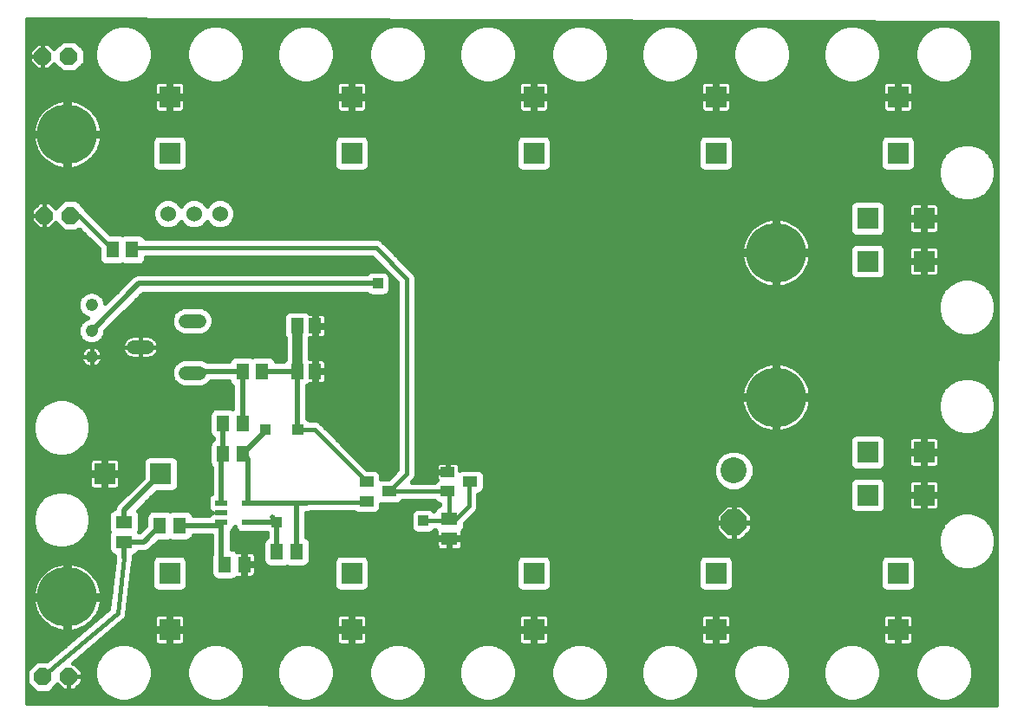
<source format=gbl>
G75*
%MOIN*%
%OFA0B0*%
%FSLAX24Y24*%
%IPPOS*%
%LPD*%
%AMOC8*
5,1,8,0,0,1.08239X$1,22.5*
%
%ADD10C,0.1000*%
%ADD11OC8,0.1000*%
%ADD12R,0.0512X0.0591*%
%ADD13R,0.0472X0.0236*%
%ADD14R,0.0827X0.0827*%
%ADD15R,0.0630X0.0512*%
%ADD16R,0.0512X0.0630*%
%ADD17C,0.0520*%
%ADD18C,0.0476*%
%ADD19OC8,0.0660*%
%ADD20C,0.0600*%
%ADD21C,0.2300*%
%ADD22R,0.0551X0.0394*%
%ADD23C,0.0160*%
%ADD24R,0.0396X0.0396*%
%ADD25C,0.0200*%
%ADD26C,0.0400*%
D10*
X029771Y011708D03*
D11*
X029771Y009708D03*
D12*
X013668Y015521D03*
X012998Y015521D03*
X012998Y017271D03*
X013668Y017271D03*
D13*
X011097Y010457D03*
X011097Y009709D03*
X010069Y009709D03*
X010069Y010083D03*
X010069Y010457D03*
D14*
X007748Y011583D03*
X005583Y011583D03*
X008083Y007748D03*
X008083Y005583D03*
X015083Y005583D03*
X015083Y007748D03*
X022083Y007748D03*
X022083Y005583D03*
X029083Y005583D03*
X029083Y007748D03*
X034918Y010756D03*
X037083Y010756D03*
X037083Y012410D03*
X034918Y012410D03*
X036083Y007748D03*
X036083Y005583D03*
X037083Y019756D03*
X037083Y021410D03*
X034918Y021410D03*
X034918Y019756D03*
X036083Y023918D03*
X036083Y026083D03*
X029083Y026083D03*
X029083Y023918D03*
X022083Y023918D03*
X022083Y026083D03*
X015083Y026083D03*
X015083Y023918D03*
X008083Y023918D03*
X008083Y026083D03*
D15*
X018833Y009832D03*
X018833Y009084D03*
X006333Y008959D03*
X006333Y009707D03*
D16*
X007709Y009583D03*
X008457Y009583D03*
X010209Y008083D03*
X010957Y008083D03*
X012209Y008583D03*
X012957Y008583D03*
X010895Y012333D03*
X010147Y012333D03*
X010144Y013512D03*
X010892Y013512D03*
X010897Y015521D03*
X011645Y015521D03*
X006645Y020208D03*
X005897Y020208D03*
D17*
X008698Y017458D02*
X009218Y017458D01*
X007218Y016458D02*
X006698Y016458D01*
X008698Y015458D02*
X009218Y015458D01*
D18*
X005083Y016083D03*
X005083Y017083D03*
X005083Y018083D03*
D19*
X004271Y021521D03*
X003271Y021521D03*
X003208Y027646D03*
X004208Y027646D03*
X004208Y003771D03*
X003208Y003771D03*
D20*
X008021Y021583D03*
X009021Y021583D03*
X010021Y021583D03*
D21*
X004146Y024646D03*
X004146Y006833D03*
X031396Y014521D03*
X031396Y020083D03*
D22*
X019641Y011271D03*
X018775Y011645D03*
X018775Y010897D03*
X016516Y010896D03*
X015650Y011270D03*
X015650Y010522D03*
D23*
X002583Y002749D02*
X002583Y029083D01*
X039909Y028960D01*
X039849Y002689D01*
X002583Y002749D01*
X002583Y002900D02*
X005875Y002900D01*
X005883Y002895D02*
X006165Y002820D01*
X006458Y002820D01*
X006740Y002895D01*
X006993Y003041D01*
X007200Y003248D01*
X007346Y003501D01*
X007421Y003783D01*
X007421Y004076D01*
X007346Y004358D01*
X007200Y004611D01*
X006993Y004818D01*
X006740Y004964D01*
X006458Y005039D01*
X006165Y005039D01*
X005883Y004964D01*
X005630Y004818D01*
X005423Y004611D01*
X005277Y004358D01*
X005201Y004076D01*
X005201Y003783D01*
X005277Y003501D01*
X005423Y003248D01*
X005630Y003041D01*
X005883Y002895D01*
X005613Y003059D02*
X002583Y003059D01*
X002583Y003217D02*
X002899Y003217D01*
X002955Y003161D02*
X003461Y003161D01*
X003779Y003479D01*
X003997Y003261D01*
X004208Y003261D01*
X004208Y003771D01*
X004718Y003771D01*
X004718Y003982D01*
X004419Y004281D01*
X004366Y004281D01*
X006311Y005929D01*
X006362Y005970D01*
X006366Y005976D01*
X006370Y005980D01*
X006400Y006038D01*
X006432Y006095D01*
X006433Y006101D01*
X006436Y006107D01*
X006441Y006172D01*
X006676Y008168D01*
X006713Y008257D01*
X006713Y008427D01*
X006807Y008466D01*
X006885Y008545D01*
X006900Y008579D01*
X007161Y008579D01*
X007300Y008637D01*
X007651Y008988D01*
X008021Y008988D01*
X008083Y009014D01*
X008145Y008988D01*
X008769Y008988D01*
X008872Y009031D01*
X008950Y009110D01*
X008989Y009203D01*
X009689Y009203D01*
X009689Y008492D01*
X009673Y008454D01*
X009673Y007712D01*
X009716Y007610D01*
X009795Y007531D01*
X009897Y007488D01*
X010521Y007488D01*
X010624Y007531D01*
X010681Y007588D01*
X010909Y007588D01*
X010909Y008035D01*
X011005Y008035D01*
X011005Y007588D01*
X011237Y007588D01*
X011282Y007600D01*
X011324Y007624D01*
X011357Y007658D01*
X011381Y007699D01*
X011393Y007744D01*
X011393Y008035D01*
X011005Y008035D01*
X011005Y008131D01*
X010909Y008131D01*
X010909Y008578D01*
X010681Y008578D01*
X010624Y008635D01*
X010521Y008678D01*
X010449Y008678D01*
X010449Y009347D01*
X010464Y009354D01*
X010542Y009432D01*
X010583Y009530D01*
X010624Y009432D01*
X010702Y009354D01*
X010805Y009311D01*
X011389Y009311D01*
X011431Y009328D01*
X011796Y009328D01*
X011829Y009295D01*
X011829Y009150D01*
X011795Y009135D01*
X011716Y009057D01*
X011673Y008954D01*
X011673Y008212D01*
X011716Y008110D01*
X011795Y008031D01*
X011897Y007988D01*
X012521Y007988D01*
X012583Y008014D01*
X012645Y007988D01*
X013269Y007988D01*
X013372Y008031D01*
X013450Y008110D01*
X013493Y008212D01*
X013493Y008954D01*
X013450Y009057D01*
X013372Y009135D01*
X013337Y009150D01*
X013337Y010077D01*
X013405Y010077D01*
X013522Y010126D01*
X015178Y010126D01*
X015216Y010087D01*
X015319Y010045D01*
X015981Y010045D01*
X016084Y010087D01*
X016163Y010166D01*
X016206Y010269D01*
X016206Y010419D01*
X016847Y010419D01*
X016950Y010461D01*
X017026Y010537D01*
X018267Y010537D01*
X018341Y010462D01*
X018444Y010420D01*
X018473Y010420D01*
X018473Y010368D01*
X018462Y010368D01*
X018360Y010325D01*
X018281Y010247D01*
X018242Y010154D01*
X018190Y010206D01*
X018087Y010249D01*
X017579Y010249D01*
X017476Y010206D01*
X017398Y010127D01*
X017355Y010024D01*
X017355Y009517D01*
X017398Y009414D01*
X017476Y009335D01*
X017579Y009292D01*
X018087Y009292D01*
X018190Y009335D01*
X018265Y009411D01*
X018288Y009411D01*
X018338Y009360D01*
X018338Y009132D01*
X018785Y009132D01*
X018785Y009036D01*
X018881Y009036D01*
X018881Y008648D01*
X019172Y008648D01*
X019218Y008660D01*
X019259Y008684D01*
X019292Y008718D01*
X019316Y008759D01*
X019328Y008804D01*
X019328Y009036D01*
X018881Y009036D01*
X018881Y009132D01*
X019328Y009132D01*
X019328Y009360D01*
X019385Y009418D01*
X019428Y009520D01*
X019428Y009669D01*
X019888Y010129D01*
X019943Y010261D01*
X019943Y010794D01*
X019972Y010794D01*
X020075Y010836D01*
X020154Y010915D01*
X020197Y011018D01*
X020197Y011523D01*
X020154Y011626D01*
X020075Y011705D01*
X019972Y011747D01*
X019310Y011747D01*
X019231Y011715D01*
X019231Y011865D01*
X019218Y011911D01*
X019195Y011952D01*
X019161Y011985D01*
X019120Y012009D01*
X019074Y012021D01*
X018793Y012021D01*
X018793Y011663D01*
X018757Y011663D01*
X018757Y012021D01*
X018476Y012021D01*
X018430Y012009D01*
X018389Y011985D01*
X018355Y011952D01*
X018332Y011911D01*
X018319Y011865D01*
X018319Y011663D01*
X018757Y011663D01*
X018757Y011626D01*
X018319Y011626D01*
X018319Y011424D01*
X018332Y011378D01*
X018355Y011337D01*
X018356Y011337D01*
X018341Y011331D01*
X018267Y011257D01*
X017386Y011257D01*
X017412Y011282D01*
X017513Y011384D01*
X017568Y011516D01*
X017568Y019155D01*
X017513Y019287D01*
X016326Y020474D01*
X016224Y020576D01*
X016092Y020631D01*
X007159Y020631D01*
X007138Y020682D01*
X007059Y020760D01*
X006956Y020803D01*
X006333Y020803D01*
X006271Y020777D01*
X006208Y020803D01*
X005811Y020803D01*
X004889Y021724D01*
X004881Y021733D01*
X004881Y021773D01*
X004523Y022131D01*
X004018Y022131D01*
X003700Y021813D01*
X003482Y022031D01*
X003271Y022031D01*
X003271Y021521D01*
X003271Y021521D01*
X003271Y022031D01*
X003059Y022031D01*
X002761Y021732D01*
X002761Y021521D01*
X003271Y021521D01*
X003271Y021011D01*
X003482Y021011D01*
X003700Y021229D01*
X004018Y020911D01*
X004523Y020911D01*
X004604Y020991D01*
X005361Y020235D01*
X005361Y019837D01*
X005403Y019735D01*
X005482Y019656D01*
X005585Y019613D01*
X006208Y019613D01*
X006271Y019639D01*
X006333Y019613D01*
X006956Y019613D01*
X007059Y019656D01*
X007138Y019735D01*
X007180Y019837D01*
X007180Y019911D01*
X015871Y019911D01*
X016848Y018934D01*
X016848Y011737D01*
X016484Y011372D01*
X016206Y011372D01*
X016206Y011522D01*
X016163Y011625D01*
X016084Y011704D01*
X015981Y011746D01*
X015682Y011746D01*
X013954Y013474D01*
X013853Y013576D01*
X013721Y013631D01*
X013453Y013631D01*
X013378Y013705D01*
X013378Y014974D01*
X013413Y014988D01*
X013470Y015045D01*
X013620Y015045D01*
X013620Y015473D01*
X013716Y015473D01*
X013716Y015569D01*
X013620Y015569D01*
X013620Y015996D01*
X013478Y015996D01*
X013478Y016795D01*
X013620Y016795D01*
X013620Y017223D01*
X013716Y017223D01*
X013716Y017319D01*
X013620Y017319D01*
X013620Y017746D01*
X013470Y017746D01*
X013413Y017803D01*
X013310Y017846D01*
X012687Y017846D01*
X012584Y017803D01*
X012505Y017724D01*
X012463Y017622D01*
X012463Y016920D01*
X012505Y016817D01*
X012518Y016803D01*
X012518Y015988D01*
X012505Y015974D01*
X012475Y015901D01*
X012177Y015901D01*
X012138Y015994D01*
X012059Y016073D01*
X011956Y016116D01*
X011333Y016116D01*
X011271Y016090D01*
X011208Y016116D01*
X010585Y016116D01*
X010482Y016073D01*
X010403Y015994D01*
X010363Y015898D01*
X009542Y015898D01*
X009524Y015916D01*
X009325Y015998D01*
X008591Y015998D01*
X008392Y015916D01*
X008240Y015764D01*
X008158Y015565D01*
X008158Y015351D01*
X008240Y015152D01*
X008392Y015000D01*
X008591Y014918D01*
X009325Y014918D01*
X009524Y015000D01*
X009662Y015138D01*
X010366Y015138D01*
X010403Y015047D01*
X010482Y014968D01*
X010512Y014956D01*
X010512Y014083D01*
X010456Y014107D01*
X009832Y014107D01*
X009730Y014064D01*
X009651Y013985D01*
X009608Y013882D01*
X009608Y013141D01*
X009651Y013038D01*
X009730Y012959D01*
X009767Y012944D01*
X009767Y012900D01*
X009732Y012885D01*
X009653Y012807D01*
X009611Y012704D01*
X009611Y011962D01*
X009653Y011860D01*
X009689Y011824D01*
X009689Y010819D01*
X009674Y010813D01*
X009595Y010734D01*
X009553Y010631D01*
X009553Y010283D01*
X009595Y010180D01*
X009653Y010123D01*
X009653Y010083D01*
X009653Y010043D01*
X009595Y009986D01*
X009586Y009963D01*
X008989Y009963D01*
X008950Y010057D01*
X008872Y010135D01*
X008769Y010178D01*
X008145Y010178D01*
X008083Y010152D01*
X008021Y010178D01*
X007397Y010178D01*
X007295Y010135D01*
X007216Y010057D01*
X007173Y009954D01*
X007173Y009585D01*
X006928Y009339D01*
X006905Y009339D01*
X006928Y009395D01*
X006928Y010019D01*
X006885Y010122D01*
X006855Y010152D01*
X007592Y010890D01*
X008218Y010890D01*
X008320Y010932D01*
X008399Y011011D01*
X008442Y011114D01*
X008442Y012052D01*
X008399Y012155D01*
X008320Y012234D01*
X008218Y012276D01*
X007279Y012276D01*
X007176Y012234D01*
X007098Y012155D01*
X007055Y012052D01*
X007055Y011427D01*
X006011Y010383D01*
X005953Y010243D01*
X005953Y010239D01*
X005860Y010200D01*
X005781Y010122D01*
X005738Y010019D01*
X005738Y009395D01*
X005764Y009333D01*
X005738Y009271D01*
X005738Y008647D01*
X005781Y008545D01*
X005860Y008466D01*
X005953Y008427D01*
X005953Y008257D01*
X005960Y008241D01*
X005742Y006391D01*
X003371Y004381D01*
X002955Y004381D01*
X002598Y004023D01*
X002598Y003518D01*
X002955Y003161D01*
X002740Y003376D02*
X002583Y003376D01*
X002583Y003534D02*
X002598Y003534D01*
X002583Y003693D02*
X002598Y003693D01*
X002583Y003851D02*
X002598Y003851D01*
X002583Y004010D02*
X002598Y004010D01*
X002583Y004168D02*
X002743Y004168D01*
X002901Y004327D02*
X002583Y004327D01*
X002583Y004485D02*
X003494Y004485D01*
X003681Y004644D02*
X002583Y004644D01*
X002583Y004802D02*
X003868Y004802D01*
X004055Y004961D02*
X002583Y004961D01*
X002583Y005119D02*
X004242Y005119D01*
X004429Y005278D02*
X002583Y005278D01*
X002583Y005436D02*
X004616Y005436D01*
X004594Y005579D02*
X004715Y005629D01*
X004830Y005691D01*
X004939Y005764D01*
X005040Y005846D01*
X005132Y005939D01*
X005215Y006040D01*
X005288Y006148D01*
X005349Y006264D01*
X005399Y006384D01*
X005437Y006510D01*
X005463Y006638D01*
X005474Y006753D01*
X004226Y006753D01*
X004226Y006913D01*
X005474Y006913D01*
X005463Y007028D01*
X005437Y007157D01*
X005399Y007282D01*
X005349Y007402D01*
X005288Y007518D01*
X005215Y007626D01*
X005132Y007727D01*
X005040Y007820D01*
X004939Y007903D01*
X004830Y007975D01*
X004715Y008037D01*
X004594Y008087D01*
X004469Y008125D01*
X004341Y008150D01*
X004226Y008162D01*
X004226Y006913D01*
X004066Y006913D01*
X004066Y008162D01*
X003950Y008150D01*
X003822Y008125D01*
X003697Y008087D01*
X003576Y008037D01*
X003461Y007975D01*
X003352Y007903D01*
X003251Y007820D01*
X003159Y007727D01*
X003076Y007626D01*
X003003Y007518D01*
X002942Y007402D01*
X002892Y007282D01*
X002854Y007157D01*
X002828Y007028D01*
X002817Y006913D01*
X004066Y006913D01*
X004066Y006753D01*
X004226Y006753D01*
X004226Y005505D01*
X004341Y005516D01*
X004469Y005541D01*
X004594Y005579D01*
X004631Y005595D02*
X004803Y005595D01*
X004923Y005753D02*
X004990Y005753D01*
X005105Y005912D02*
X005177Y005912D01*
X005235Y006070D02*
X005364Y006070D01*
X005331Y006229D02*
X005551Y006229D01*
X005400Y006387D02*
X005738Y006387D01*
X005760Y006546D02*
X005444Y006546D01*
X005469Y006704D02*
X005779Y006704D01*
X005798Y006863D02*
X004226Y006863D01*
X004226Y007021D02*
X004066Y007021D01*
X004066Y006863D02*
X002583Y006863D01*
X002583Y007021D02*
X002828Y007021D01*
X002861Y007180D02*
X002583Y007180D01*
X002583Y007338D02*
X002915Y007338D01*
X002992Y007497D02*
X002583Y007497D01*
X002583Y007655D02*
X003100Y007655D01*
X003245Y007814D02*
X002583Y007814D01*
X002583Y007972D02*
X003456Y007972D01*
X003851Y008131D02*
X002583Y008131D01*
X002583Y008289D02*
X005953Y008289D01*
X005947Y008131D02*
X004440Y008131D01*
X004226Y008131D02*
X004066Y008131D01*
X004066Y007972D02*
X004226Y007972D01*
X004226Y007814D02*
X004066Y007814D01*
X004066Y007655D02*
X004226Y007655D01*
X004226Y007497D02*
X004066Y007497D01*
X004066Y007338D02*
X004226Y007338D01*
X004226Y007180D02*
X004066Y007180D01*
X004066Y006753D02*
X002817Y006753D01*
X002828Y006638D01*
X002854Y006510D01*
X002892Y006384D01*
X002942Y006264D01*
X003003Y006148D01*
X003076Y006040D01*
X003159Y005939D01*
X003251Y005846D01*
X003352Y005764D01*
X003461Y005691D01*
X003576Y005629D01*
X003697Y005579D01*
X003822Y005541D01*
X003950Y005516D01*
X004066Y005505D01*
X004066Y006753D01*
X004066Y006704D02*
X004226Y006704D01*
X004226Y006546D02*
X004066Y006546D01*
X004066Y006387D02*
X004226Y006387D01*
X004226Y006229D02*
X004066Y006229D01*
X004066Y006070D02*
X004226Y006070D01*
X004226Y005912D02*
X004066Y005912D01*
X004066Y005753D02*
X004226Y005753D01*
X004226Y005595D02*
X004066Y005595D01*
X003660Y005595D02*
X002583Y005595D01*
X002583Y005753D02*
X003368Y005753D01*
X003186Y005912D02*
X002583Y005912D01*
X002583Y006070D02*
X003056Y006070D01*
X002961Y006229D02*
X002583Y006229D01*
X002583Y006387D02*
X002891Y006387D01*
X002847Y006546D02*
X002583Y006546D01*
X002583Y006704D02*
X002822Y006704D01*
X002583Y008448D02*
X005903Y008448D01*
X005755Y008606D02*
X002583Y008606D01*
X002583Y008765D02*
X003548Y008765D01*
X003501Y008777D02*
X003783Y008701D01*
X004076Y008701D01*
X004358Y008777D01*
X004611Y008923D01*
X004818Y009130D01*
X004964Y009383D01*
X005039Y009665D01*
X005039Y009958D01*
X004964Y010240D01*
X004818Y010493D01*
X004611Y010700D01*
X004358Y010846D01*
X004076Y010921D01*
X003783Y010921D01*
X003501Y010846D01*
X003248Y010700D01*
X003041Y010493D01*
X002895Y010240D01*
X002820Y009958D01*
X002820Y009665D01*
X002895Y009383D01*
X003041Y009130D01*
X003248Y008923D01*
X003501Y008777D01*
X003248Y008923D02*
X002583Y008923D01*
X002583Y009082D02*
X003090Y009082D01*
X002978Y009240D02*
X002583Y009240D01*
X002583Y009399D02*
X002891Y009399D01*
X002849Y009557D02*
X002583Y009557D01*
X002583Y009716D02*
X002820Y009716D01*
X002820Y009874D02*
X002583Y009874D01*
X002583Y010033D02*
X002840Y010033D01*
X002882Y010191D02*
X002583Y010191D01*
X002583Y010350D02*
X002959Y010350D01*
X003057Y010508D02*
X002583Y010508D01*
X002583Y010667D02*
X003215Y010667D01*
X003465Y010825D02*
X002583Y010825D01*
X002583Y010984D02*
X006612Y010984D01*
X006770Y011142D02*
X006175Y011142D01*
X006176Y011146D02*
X006176Y011525D01*
X005641Y011525D01*
X005641Y010990D01*
X006020Y010990D01*
X006066Y011002D01*
X006107Y011026D01*
X006140Y011059D01*
X006164Y011100D01*
X006176Y011146D01*
X006176Y011301D02*
X006929Y011301D01*
X007055Y011459D02*
X006176Y011459D01*
X006176Y011641D02*
X006176Y012020D01*
X006164Y012066D01*
X006140Y012107D01*
X006107Y012140D01*
X006066Y012164D01*
X006020Y012176D01*
X005641Y012176D01*
X005641Y011641D01*
X005525Y011641D01*
X005525Y011525D01*
X005641Y011525D01*
X005641Y011641D01*
X006176Y011641D01*
X006176Y011776D02*
X007055Y011776D01*
X007055Y011618D02*
X005641Y011618D01*
X005525Y011618D02*
X002583Y011618D01*
X002583Y011776D02*
X004990Y011776D01*
X004990Y011641D02*
X004990Y012020D01*
X005002Y012066D01*
X005026Y012107D01*
X005059Y012140D01*
X005100Y012164D01*
X005146Y012176D01*
X005525Y012176D01*
X005525Y011641D01*
X004990Y011641D01*
X004990Y011525D02*
X004990Y011146D01*
X005002Y011100D01*
X005026Y011059D01*
X005059Y011026D01*
X005100Y011002D01*
X005146Y010990D01*
X005525Y010990D01*
X005525Y011525D01*
X004990Y011525D01*
X004990Y011459D02*
X002583Y011459D01*
X002583Y011301D02*
X004990Y011301D01*
X004991Y011142D02*
X002583Y011142D01*
X002583Y011935D02*
X004990Y011935D01*
X005018Y012093D02*
X002583Y012093D01*
X002583Y012252D02*
X003758Y012252D01*
X003783Y012245D02*
X004076Y012245D01*
X004358Y012320D01*
X004611Y012467D01*
X004818Y012673D01*
X004964Y012926D01*
X005039Y013209D01*
X005039Y013501D01*
X004964Y013783D01*
X004818Y014036D01*
X004611Y014243D01*
X004358Y014389D01*
X004076Y014465D01*
X003783Y014465D01*
X003501Y014389D01*
X003248Y014243D01*
X003041Y014036D01*
X002895Y013783D01*
X002820Y013501D01*
X002820Y013209D01*
X002895Y012926D01*
X003041Y012673D01*
X003248Y012467D01*
X003501Y012320D01*
X003783Y012245D01*
X004101Y012252D02*
X007219Y012252D01*
X007072Y012093D02*
X006149Y012093D01*
X006176Y011935D02*
X007055Y011935D01*
X007528Y010825D02*
X009689Y010825D01*
X009689Y010984D02*
X008372Y010984D01*
X008442Y011142D02*
X009689Y011142D01*
X009689Y011301D02*
X008442Y011301D01*
X008442Y011459D02*
X009689Y011459D01*
X009689Y011618D02*
X008442Y011618D01*
X008442Y011776D02*
X009689Y011776D01*
X009622Y011935D02*
X008442Y011935D01*
X008425Y012093D02*
X009611Y012093D01*
X009611Y012252D02*
X008278Y012252D01*
X009611Y012410D02*
X004513Y012410D01*
X004713Y012569D02*
X009611Y012569D01*
X009620Y012727D02*
X004849Y012727D01*
X004940Y012886D02*
X009732Y012886D01*
X009648Y013044D02*
X004995Y013044D01*
X005038Y013203D02*
X009608Y013203D01*
X009608Y013361D02*
X005039Y013361D01*
X005034Y013520D02*
X009608Y013520D01*
X009608Y013678D02*
X004992Y013678D01*
X004933Y013837D02*
X009608Y013837D01*
X009660Y013995D02*
X004841Y013995D01*
X004700Y014154D02*
X010512Y014154D01*
X010512Y014312D02*
X004491Y014312D01*
X003368Y014312D02*
X002583Y014312D01*
X002583Y014154D02*
X003159Y014154D01*
X003018Y013995D02*
X002583Y013995D01*
X002583Y013837D02*
X002926Y013837D01*
X002867Y013678D02*
X002583Y013678D01*
X002583Y013520D02*
X002825Y013520D01*
X002820Y013361D02*
X002583Y013361D01*
X002583Y013203D02*
X002821Y013203D01*
X002864Y013044D02*
X002583Y013044D01*
X002583Y012886D02*
X002919Y012886D01*
X003010Y012727D02*
X002583Y012727D01*
X002583Y012569D02*
X003146Y012569D01*
X003346Y012410D02*
X002583Y012410D01*
X004394Y010825D02*
X006453Y010825D01*
X006295Y010667D02*
X004644Y010667D01*
X004803Y010508D02*
X006136Y010508D01*
X005997Y010350D02*
X004900Y010350D01*
X004977Y010191D02*
X005850Y010191D01*
X005744Y010033D02*
X005019Y010033D01*
X005039Y009874D02*
X005738Y009874D01*
X005738Y009716D02*
X005039Y009716D01*
X005010Y009557D02*
X005738Y009557D01*
X005738Y009399D02*
X004968Y009399D01*
X004881Y009240D02*
X005738Y009240D01*
X005738Y009082D02*
X004769Y009082D01*
X004611Y008923D02*
X005738Y008923D01*
X005738Y008765D02*
X004311Y008765D01*
X004835Y007972D02*
X005928Y007972D01*
X005909Y007814D02*
X005046Y007814D01*
X005192Y007655D02*
X005891Y007655D01*
X005872Y007497D02*
X005299Y007497D01*
X005376Y007338D02*
X005854Y007338D01*
X005835Y007180D02*
X005430Y007180D01*
X005463Y007021D02*
X005816Y007021D01*
X006523Y006863D02*
X039859Y006863D01*
X039859Y007021D02*
X006541Y007021D01*
X006560Y007180D02*
X007431Y007180D01*
X007432Y007176D02*
X007511Y007098D01*
X007614Y007055D01*
X008552Y007055D01*
X008655Y007098D01*
X008734Y007176D01*
X008776Y007279D01*
X008776Y008218D01*
X008734Y008320D01*
X008655Y008399D01*
X008552Y008442D01*
X007614Y008442D01*
X007511Y008399D01*
X007432Y008320D01*
X007390Y008218D01*
X007390Y007279D01*
X007432Y007176D01*
X007390Y007338D02*
X006578Y007338D01*
X006597Y007497D02*
X007390Y007497D01*
X007390Y007655D02*
X006616Y007655D01*
X006634Y007814D02*
X007390Y007814D01*
X007390Y007972D02*
X006653Y007972D01*
X006672Y008131D02*
X007390Y008131D01*
X007419Y008289D02*
X006713Y008289D01*
X006763Y008448D02*
X009673Y008448D01*
X009689Y008606D02*
X007226Y008606D01*
X007428Y008765D02*
X009689Y008765D01*
X009689Y008923D02*
X007586Y008923D01*
X006987Y009399D02*
X006928Y009399D01*
X006928Y009557D02*
X007146Y009557D01*
X007173Y009716D02*
X006928Y009716D01*
X006928Y009874D02*
X007173Y009874D01*
X007206Y010033D02*
X006922Y010033D01*
X006894Y010191D02*
X009591Y010191D01*
X009653Y010083D02*
X009719Y010083D01*
X009719Y010083D01*
X009719Y010083D01*
X009653Y010083D01*
X009642Y010033D02*
X008960Y010033D01*
X009553Y010350D02*
X007052Y010350D01*
X007211Y010508D02*
X009553Y010508D01*
X009567Y010667D02*
X007369Y010667D01*
X005641Y011142D02*
X005525Y011142D01*
X005525Y011301D02*
X005641Y011301D01*
X005641Y011459D02*
X005525Y011459D01*
X005525Y011776D02*
X005641Y011776D01*
X005641Y011935D02*
X005525Y011935D01*
X005525Y012093D02*
X005641Y012093D01*
X002583Y014471D02*
X010512Y014471D01*
X010512Y014629D02*
X002583Y014629D01*
X002583Y014788D02*
X010512Y014788D01*
X010512Y014946D02*
X009393Y014946D01*
X009628Y015105D02*
X010379Y015105D01*
X010465Y016056D02*
X007397Y016056D01*
X007387Y016050D02*
X007449Y016082D01*
X007505Y016122D01*
X007554Y016171D01*
X007594Y016227D01*
X007626Y016289D01*
X007647Y016355D01*
X007658Y016423D01*
X007658Y016458D01*
X006958Y016458D01*
X006958Y016458D01*
X006958Y016018D01*
X006663Y016018D01*
X006595Y016029D01*
X006529Y016050D01*
X006467Y016082D01*
X006411Y016122D01*
X006362Y016171D01*
X006322Y016227D01*
X006290Y016289D01*
X006269Y016355D01*
X006258Y016423D01*
X006258Y016458D01*
X006958Y016458D01*
X006958Y016458D01*
X006958Y016018D01*
X007253Y016018D01*
X007321Y016029D01*
X007387Y016050D01*
X007585Y016214D02*
X012518Y016214D01*
X012518Y016056D02*
X012076Y016056D01*
X012518Y016373D02*
X007650Y016373D01*
X007658Y016458D02*
X007658Y016493D01*
X007647Y016561D01*
X007626Y016627D01*
X007594Y016689D01*
X007554Y016745D01*
X007505Y016794D01*
X007449Y016834D01*
X007387Y016866D01*
X007321Y016887D01*
X007253Y016898D01*
X006958Y016898D01*
X006663Y016898D01*
X006595Y016887D01*
X006529Y016866D01*
X006467Y016834D01*
X006411Y016794D01*
X006362Y016745D01*
X006322Y016689D01*
X006290Y016627D01*
X006269Y016561D01*
X006258Y016493D01*
X006258Y016458D01*
X006958Y016458D01*
X006958Y016898D01*
X006958Y016458D01*
X006958Y016458D01*
X006958Y016458D01*
X007658Y016458D01*
X007652Y016531D02*
X012518Y016531D01*
X012518Y016690D02*
X007594Y016690D01*
X007422Y016848D02*
X012492Y016848D01*
X012463Y017007D02*
X009530Y017007D01*
X009524Y017000D02*
X009676Y017152D01*
X009758Y017351D01*
X009758Y017565D01*
X009676Y017764D01*
X009524Y017916D01*
X009325Y017998D01*
X008591Y017998D01*
X008392Y017916D01*
X008240Y017764D01*
X008158Y017565D01*
X008158Y017351D01*
X008240Y017152D01*
X008392Y017000D01*
X008591Y016918D01*
X009325Y016918D01*
X009524Y017000D01*
X009681Y017165D02*
X012463Y017165D01*
X012463Y017324D02*
X009747Y017324D01*
X009758Y017482D02*
X012463Y017482D01*
X012470Y017641D02*
X009727Y017641D01*
X009641Y017799D02*
X012580Y017799D01*
X013417Y017799D02*
X016848Y017799D01*
X016848Y017641D02*
X014088Y017641D01*
X014091Y017635D02*
X014068Y017676D01*
X014034Y017710D01*
X013993Y017734D01*
X013947Y017746D01*
X013716Y017746D01*
X013716Y017319D01*
X014104Y017319D01*
X014104Y017590D01*
X014091Y017635D01*
X014104Y017482D02*
X016848Y017482D01*
X016848Y017324D02*
X014104Y017324D01*
X014104Y017223D02*
X013716Y017223D01*
X013716Y016795D01*
X013947Y016795D01*
X013993Y016808D01*
X014034Y016831D01*
X014068Y016865D01*
X014091Y016906D01*
X014104Y016952D01*
X014104Y017223D01*
X014104Y017165D02*
X016848Y017165D01*
X016848Y017007D02*
X014104Y017007D01*
X014051Y016848D02*
X016848Y016848D01*
X016848Y016690D02*
X013478Y016690D01*
X013478Y016531D02*
X016848Y016531D01*
X016848Y016373D02*
X013478Y016373D01*
X013478Y016214D02*
X016848Y016214D01*
X016848Y016056D02*
X013478Y016056D01*
X013620Y015897D02*
X013716Y015897D01*
X013716Y015996D02*
X013716Y015569D01*
X014104Y015569D01*
X014104Y015840D01*
X014091Y015885D01*
X014068Y015926D01*
X014034Y015960D01*
X013993Y015984D01*
X013947Y015996D01*
X013716Y015996D01*
X013716Y015739D02*
X013620Y015739D01*
X013620Y015580D02*
X013716Y015580D01*
X013716Y015473D02*
X014104Y015473D01*
X014104Y015202D01*
X014091Y015156D01*
X014068Y015115D01*
X014034Y015081D01*
X013993Y015058D01*
X013947Y015045D01*
X013716Y015045D01*
X013716Y015473D01*
X013716Y015422D02*
X013620Y015422D01*
X013620Y015263D02*
X013716Y015263D01*
X013716Y015105D02*
X013620Y015105D01*
X013378Y014946D02*
X016848Y014946D01*
X016848Y014788D02*
X013378Y014788D01*
X013378Y014629D02*
X016848Y014629D01*
X016848Y014471D02*
X013378Y014471D01*
X013378Y014312D02*
X016848Y014312D01*
X016848Y014154D02*
X013378Y014154D01*
X013378Y013995D02*
X016848Y013995D01*
X016848Y013837D02*
X013378Y013837D01*
X013405Y013678D02*
X016848Y013678D01*
X016848Y013520D02*
X013909Y013520D01*
X014068Y013361D02*
X016848Y013361D01*
X016848Y013203D02*
X014226Y013203D01*
X014385Y013044D02*
X016848Y013044D01*
X016848Y012886D02*
X014543Y012886D01*
X014702Y012727D02*
X016848Y012727D01*
X016848Y012569D02*
X014860Y012569D01*
X015019Y012410D02*
X016848Y012410D01*
X016848Y012252D02*
X015177Y012252D01*
X015336Y012093D02*
X016848Y012093D01*
X016848Y011935D02*
X015494Y011935D01*
X015653Y011776D02*
X016848Y011776D01*
X016729Y011618D02*
X016166Y011618D01*
X016206Y011459D02*
X016571Y011459D01*
X016517Y010897D02*
X018775Y010897D01*
X018833Y010838D01*
X018833Y009832D01*
X019021Y009771D02*
X017833Y009771D01*
X017355Y009716D02*
X013337Y009716D01*
X013337Y009874D02*
X017355Y009874D01*
X017358Y010033D02*
X013337Y010033D01*
X013337Y009557D02*
X017355Y009557D01*
X017413Y009399D02*
X013337Y009399D01*
X013337Y009240D02*
X018338Y009240D01*
X018300Y009399D02*
X018253Y009399D01*
X018338Y009036D02*
X018338Y008804D01*
X018350Y008759D01*
X018374Y008718D01*
X018408Y008684D01*
X018449Y008660D01*
X018494Y008648D01*
X018785Y008648D01*
X018785Y009036D01*
X018338Y009036D01*
X018338Y008923D02*
X013493Y008923D01*
X013493Y008765D02*
X018349Y008765D01*
X018785Y008765D02*
X018881Y008765D01*
X018881Y008923D02*
X018785Y008923D01*
X018785Y009082D02*
X013425Y009082D01*
X013493Y008606D02*
X037689Y008606D01*
X037702Y008556D02*
X037848Y008303D01*
X038055Y008096D01*
X038308Y007950D01*
X038590Y007875D01*
X038883Y007875D01*
X039165Y007950D01*
X039418Y008096D01*
X039625Y008303D01*
X039771Y008556D01*
X039847Y008839D01*
X039847Y009131D01*
X039771Y009413D01*
X039625Y009666D01*
X039418Y009873D01*
X039165Y010019D01*
X038883Y010095D01*
X038590Y010095D01*
X038308Y010019D01*
X038055Y009873D01*
X037848Y009666D01*
X037702Y009413D01*
X037627Y009131D01*
X037627Y008839D01*
X037702Y008556D01*
X037765Y008448D02*
X013493Y008448D01*
X013493Y008289D02*
X014419Y008289D01*
X014432Y008320D02*
X014390Y008218D01*
X014390Y007279D01*
X014432Y007176D01*
X014511Y007098D01*
X014614Y007055D01*
X015552Y007055D01*
X015655Y007098D01*
X015734Y007176D01*
X015776Y007279D01*
X015776Y008218D01*
X015734Y008320D01*
X015655Y008399D01*
X015552Y008442D01*
X014614Y008442D01*
X014511Y008399D01*
X014432Y008320D01*
X014390Y008131D02*
X013459Y008131D01*
X014390Y007972D02*
X011393Y007972D01*
X011393Y007814D02*
X014390Y007814D01*
X014390Y007655D02*
X011355Y007655D01*
X011005Y007655D02*
X010909Y007655D01*
X010909Y007814D02*
X011005Y007814D01*
X011005Y007972D02*
X010909Y007972D01*
X011005Y008131D02*
X011707Y008131D01*
X011673Y008289D02*
X011393Y008289D01*
X011393Y008422D02*
X011381Y008468D01*
X011357Y008509D01*
X011324Y008542D01*
X011282Y008566D01*
X011237Y008578D01*
X011005Y008578D01*
X011005Y008131D01*
X011393Y008131D01*
X011393Y008422D01*
X011386Y008448D02*
X011673Y008448D01*
X011673Y008606D02*
X010653Y008606D01*
X010449Y008765D02*
X011673Y008765D01*
X011673Y008923D02*
X010449Y008923D01*
X010449Y009082D02*
X011741Y009082D01*
X011829Y009240D02*
X010449Y009240D01*
X010509Y009399D02*
X010657Y009399D01*
X009689Y009082D02*
X008922Y009082D01*
X008747Y008289D02*
X009673Y008289D01*
X009673Y008131D02*
X008776Y008131D01*
X008776Y007972D02*
X009673Y007972D01*
X009673Y007814D02*
X008776Y007814D01*
X008776Y007655D02*
X009697Y007655D01*
X009877Y007497D02*
X008776Y007497D01*
X008776Y007338D02*
X014390Y007338D01*
X014390Y007497D02*
X010541Y007497D01*
X010909Y008289D02*
X011005Y008289D01*
X011005Y008448D02*
X010909Y008448D01*
X008735Y007180D02*
X014431Y007180D01*
X014646Y006176D02*
X014600Y006164D01*
X014559Y006140D01*
X014526Y006107D01*
X014502Y006066D01*
X014490Y006020D01*
X014490Y005641D01*
X015025Y005641D01*
X015025Y005525D01*
X015141Y005525D01*
X015141Y004990D01*
X015520Y004990D01*
X015566Y005002D01*
X015607Y005026D01*
X015640Y005059D01*
X015664Y005100D01*
X015676Y005146D01*
X015676Y005525D01*
X015141Y005525D01*
X015141Y005641D01*
X015676Y005641D01*
X015676Y006020D01*
X015664Y006066D01*
X015640Y006107D01*
X015607Y006140D01*
X015566Y006164D01*
X015520Y006176D01*
X015141Y006176D01*
X015141Y005641D01*
X015025Y005641D01*
X015025Y006176D01*
X014646Y006176D01*
X014504Y006070D02*
X008662Y006070D01*
X008664Y006066D02*
X008640Y006107D01*
X008607Y006140D01*
X008566Y006164D01*
X008520Y006176D01*
X008141Y006176D01*
X008141Y005641D01*
X008676Y005641D01*
X008676Y006020D01*
X008664Y006066D01*
X008676Y005912D02*
X014490Y005912D01*
X014490Y005753D02*
X008676Y005753D01*
X008676Y005525D02*
X008141Y005525D01*
X008141Y004990D01*
X008520Y004990D01*
X008566Y005002D01*
X008607Y005026D01*
X008640Y005059D01*
X008664Y005100D01*
X008676Y005146D01*
X008676Y005525D01*
X008676Y005436D02*
X014490Y005436D01*
X014490Y005525D02*
X014490Y005146D01*
X014502Y005100D01*
X014526Y005059D01*
X014559Y005026D01*
X014600Y005002D01*
X014646Y004990D01*
X015025Y004990D01*
X015025Y005525D01*
X014490Y005525D01*
X014490Y005278D02*
X008676Y005278D01*
X008669Y005119D02*
X014497Y005119D01*
X014009Y004802D02*
X016158Y004802D01*
X016173Y004818D02*
X015967Y004611D01*
X015820Y004358D01*
X015745Y004076D01*
X015745Y003783D01*
X015820Y003501D01*
X015967Y003248D01*
X016173Y003041D01*
X016426Y002895D01*
X016709Y002820D01*
X017001Y002820D01*
X017283Y002895D01*
X017536Y003041D01*
X017743Y003248D01*
X017889Y003501D01*
X017965Y003783D01*
X017965Y004076D01*
X017889Y004358D01*
X017743Y004611D01*
X017536Y004818D01*
X017283Y004964D01*
X017001Y005039D01*
X016709Y005039D01*
X016426Y004964D01*
X016173Y004818D01*
X015999Y004644D02*
X014167Y004644D01*
X014200Y004611D02*
X013993Y004818D01*
X013740Y004964D01*
X013458Y005039D01*
X013165Y005039D01*
X012883Y004964D01*
X012630Y004818D01*
X012423Y004611D01*
X012277Y004358D01*
X012201Y004076D01*
X012201Y003783D01*
X012277Y003501D01*
X012423Y003248D01*
X012630Y003041D01*
X012883Y002895D01*
X013165Y002820D01*
X013458Y002820D01*
X013740Y002895D01*
X013993Y003041D01*
X014200Y003248D01*
X014346Y003501D01*
X014421Y003783D01*
X014421Y004076D01*
X014346Y004358D01*
X014200Y004611D01*
X014272Y004485D02*
X015894Y004485D01*
X015812Y004327D02*
X014354Y004327D01*
X014397Y004168D02*
X015770Y004168D01*
X015745Y004010D02*
X014421Y004010D01*
X014421Y003851D02*
X015745Y003851D01*
X015769Y003693D02*
X014397Y003693D01*
X014355Y003534D02*
X015812Y003534D01*
X015893Y003376D02*
X014273Y003376D01*
X014169Y003217D02*
X015998Y003217D01*
X016156Y003059D02*
X014010Y003059D01*
X013748Y002900D02*
X016418Y002900D01*
X017291Y002900D02*
X019875Y002900D01*
X019883Y002895D02*
X020165Y002820D01*
X020458Y002820D01*
X020740Y002895D01*
X020993Y003041D01*
X021200Y003248D01*
X021346Y003501D01*
X021421Y003783D01*
X021421Y004076D01*
X021346Y004358D01*
X021200Y004611D01*
X020993Y004818D01*
X020740Y004964D01*
X020458Y005039D01*
X020165Y005039D01*
X019883Y004964D01*
X019630Y004818D01*
X019423Y004611D01*
X019277Y004358D01*
X019201Y004076D01*
X019201Y003783D01*
X019277Y003501D01*
X019423Y003248D01*
X019630Y003041D01*
X019883Y002895D01*
X019613Y003059D02*
X017553Y003059D01*
X017712Y003217D02*
X019454Y003217D01*
X019350Y003376D02*
X017817Y003376D01*
X017898Y003534D02*
X019268Y003534D01*
X019226Y003693D02*
X017940Y003693D01*
X017965Y003851D02*
X019201Y003851D01*
X019201Y004010D02*
X017965Y004010D01*
X017940Y004168D02*
X019226Y004168D01*
X019269Y004327D02*
X017897Y004327D01*
X017816Y004485D02*
X019351Y004485D01*
X019456Y004644D02*
X017710Y004644D01*
X017552Y004802D02*
X019614Y004802D01*
X019877Y004961D02*
X017289Y004961D01*
X016421Y004961D02*
X013745Y004961D01*
X012877Y004961D02*
X010289Y004961D01*
X010283Y004964D02*
X010001Y005039D01*
X009709Y005039D01*
X009426Y004964D01*
X009173Y004818D01*
X008967Y004611D01*
X008820Y004358D01*
X008745Y004076D01*
X008745Y003783D01*
X008820Y003501D01*
X008967Y003248D01*
X009173Y003041D01*
X009426Y002895D01*
X009709Y002820D01*
X010001Y002820D01*
X010283Y002895D01*
X010536Y003041D01*
X010743Y003248D01*
X010889Y003501D01*
X010965Y003783D01*
X010965Y004076D01*
X010889Y004358D01*
X010743Y004611D01*
X010536Y004818D01*
X010283Y004964D01*
X010552Y004802D02*
X012614Y004802D01*
X012456Y004644D02*
X010710Y004644D01*
X010816Y004485D02*
X012351Y004485D01*
X012269Y004327D02*
X010897Y004327D01*
X010940Y004168D02*
X012226Y004168D01*
X012201Y004010D02*
X010965Y004010D01*
X010965Y003851D02*
X012201Y003851D01*
X012226Y003693D02*
X010940Y003693D01*
X010898Y003534D02*
X012268Y003534D01*
X012350Y003376D02*
X010817Y003376D01*
X010712Y003217D02*
X012454Y003217D01*
X012613Y003059D02*
X010553Y003059D01*
X010291Y002900D02*
X012875Y002900D01*
X015025Y005119D02*
X015141Y005119D01*
X015141Y005278D02*
X015025Y005278D01*
X015025Y005436D02*
X015141Y005436D01*
X015141Y005595D02*
X022025Y005595D01*
X022025Y005641D02*
X022025Y005525D01*
X022141Y005525D01*
X022141Y004990D01*
X022520Y004990D01*
X022566Y005002D01*
X022607Y005026D01*
X022640Y005059D01*
X022664Y005100D01*
X022676Y005146D01*
X022676Y005525D01*
X022141Y005525D01*
X022141Y005641D01*
X022676Y005641D01*
X022676Y006020D01*
X022664Y006066D01*
X022640Y006107D01*
X022607Y006140D01*
X022566Y006164D01*
X022520Y006176D01*
X022141Y006176D01*
X022141Y005641D01*
X022025Y005641D01*
X021490Y005641D01*
X021490Y006020D01*
X021502Y006066D01*
X021526Y006107D01*
X021559Y006140D01*
X021600Y006164D01*
X021646Y006176D01*
X022025Y006176D01*
X022025Y005641D01*
X022025Y005753D02*
X022141Y005753D01*
X022141Y005595D02*
X029025Y005595D01*
X029025Y005641D02*
X029025Y005525D01*
X029141Y005525D01*
X029141Y004990D01*
X029520Y004990D01*
X029566Y005002D01*
X029607Y005026D01*
X029640Y005059D01*
X029664Y005100D01*
X029676Y005146D01*
X029676Y005525D01*
X029141Y005525D01*
X029141Y005641D01*
X029676Y005641D01*
X029676Y006020D01*
X029664Y006066D01*
X029640Y006107D01*
X029607Y006140D01*
X029566Y006164D01*
X029520Y006176D01*
X029141Y006176D01*
X029141Y005641D01*
X029025Y005641D01*
X028490Y005641D01*
X028490Y006020D01*
X028502Y006066D01*
X028526Y006107D01*
X028559Y006140D01*
X028600Y006164D01*
X028646Y006176D01*
X029025Y006176D01*
X029025Y005641D01*
X029025Y005753D02*
X029141Y005753D01*
X029141Y005595D02*
X036025Y005595D01*
X036025Y005641D02*
X036025Y005525D01*
X036141Y005525D01*
X036141Y004990D01*
X036520Y004990D01*
X036566Y005002D01*
X036607Y005026D01*
X036640Y005059D01*
X036664Y005100D01*
X036676Y005146D01*
X036676Y005525D01*
X036141Y005525D01*
X036141Y005641D01*
X036676Y005641D01*
X036676Y006020D01*
X036664Y006066D01*
X036640Y006107D01*
X036607Y006140D01*
X036566Y006164D01*
X036520Y006176D01*
X036141Y006176D01*
X036141Y005641D01*
X036025Y005641D01*
X035490Y005641D01*
X035490Y006020D01*
X035502Y006066D01*
X035526Y006107D01*
X035559Y006140D01*
X035600Y006164D01*
X035646Y006176D01*
X036025Y006176D01*
X036025Y005641D01*
X036025Y005753D02*
X036141Y005753D01*
X036141Y005595D02*
X039856Y005595D01*
X039856Y005753D02*
X036676Y005753D01*
X036676Y005912D02*
X039857Y005912D01*
X039857Y006070D02*
X036662Y006070D01*
X036141Y006070D02*
X036025Y006070D01*
X036025Y005912D02*
X036141Y005912D01*
X036025Y005525D02*
X035490Y005525D01*
X035490Y005146D01*
X035502Y005100D01*
X035526Y005059D01*
X035559Y005026D01*
X035600Y005002D01*
X035646Y004990D01*
X036025Y004990D01*
X036025Y005525D01*
X036025Y005436D02*
X036141Y005436D01*
X036141Y005278D02*
X036025Y005278D01*
X036025Y005119D02*
X036141Y005119D01*
X036669Y005119D02*
X039855Y005119D01*
X039854Y004961D02*
X038289Y004961D01*
X038283Y004964D02*
X038001Y005039D01*
X037709Y005039D01*
X037426Y004964D01*
X037173Y004818D01*
X036967Y004611D01*
X036820Y004358D01*
X036745Y004076D01*
X036745Y003783D01*
X036820Y003501D01*
X036967Y003248D01*
X037173Y003041D01*
X037426Y002895D01*
X037709Y002820D01*
X038001Y002820D01*
X038283Y002895D01*
X038536Y003041D01*
X038743Y003248D01*
X038889Y003501D01*
X038965Y003783D01*
X038965Y004076D01*
X038889Y004358D01*
X038743Y004611D01*
X038536Y004818D01*
X038283Y004964D01*
X038552Y004802D02*
X039854Y004802D01*
X039854Y004644D02*
X038710Y004644D01*
X038816Y004485D02*
X039853Y004485D01*
X039853Y004327D02*
X038897Y004327D01*
X038940Y004168D02*
X039853Y004168D01*
X039852Y004010D02*
X038965Y004010D01*
X038965Y003851D02*
X039852Y003851D01*
X039852Y003693D02*
X038940Y003693D01*
X038898Y003534D02*
X039851Y003534D01*
X039851Y003376D02*
X038817Y003376D01*
X038712Y003217D02*
X039850Y003217D01*
X039850Y003059D02*
X038553Y003059D01*
X038291Y002900D02*
X039850Y002900D01*
X039849Y002742D02*
X007268Y002742D01*
X007010Y003059D02*
X009156Y003059D01*
X008998Y003217D02*
X007169Y003217D01*
X007273Y003376D02*
X008893Y003376D01*
X008812Y003534D02*
X007355Y003534D01*
X007397Y003693D02*
X008769Y003693D01*
X008745Y003851D02*
X007421Y003851D01*
X007421Y004010D02*
X008745Y004010D01*
X008770Y004168D02*
X007397Y004168D01*
X007354Y004327D02*
X008812Y004327D01*
X008894Y004485D02*
X007272Y004485D01*
X007167Y004644D02*
X008999Y004644D01*
X009158Y004802D02*
X007009Y004802D01*
X006745Y004961D02*
X009421Y004961D01*
X008141Y005119D02*
X008025Y005119D01*
X008025Y004990D02*
X007646Y004990D01*
X007600Y005002D01*
X007559Y005026D01*
X007526Y005059D01*
X007502Y005100D01*
X007490Y005146D01*
X007490Y005525D01*
X008025Y005525D01*
X008141Y005525D01*
X008141Y005641D01*
X008025Y005641D01*
X008025Y005525D01*
X008025Y004990D01*
X008025Y005278D02*
X008141Y005278D01*
X008141Y005436D02*
X008025Y005436D01*
X008025Y005595D02*
X005916Y005595D01*
X006103Y005753D02*
X007490Y005753D01*
X007490Y005641D02*
X008025Y005641D01*
X008025Y006176D01*
X007646Y006176D01*
X007600Y006164D01*
X007559Y006140D01*
X007526Y006107D01*
X007502Y006066D01*
X007490Y006020D01*
X007490Y005641D01*
X007490Y005436D02*
X005729Y005436D01*
X005542Y005278D02*
X007490Y005278D01*
X007497Y005119D02*
X005355Y005119D01*
X005168Y004961D02*
X005877Y004961D01*
X005614Y004802D02*
X004981Y004802D01*
X004794Y004644D02*
X005456Y004644D01*
X005351Y004485D02*
X004608Y004485D01*
X004421Y004327D02*
X005269Y004327D01*
X005226Y004168D02*
X004532Y004168D01*
X004690Y004010D02*
X005201Y004010D01*
X005201Y003851D02*
X004718Y003851D01*
X004718Y003771D02*
X004208Y003771D01*
X004208Y003771D01*
X004208Y003771D01*
X004208Y003261D01*
X004419Y003261D01*
X004718Y003559D01*
X004718Y003771D01*
X004718Y003693D02*
X005226Y003693D01*
X005268Y003534D02*
X004693Y003534D01*
X004534Y003376D02*
X005350Y003376D01*
X005454Y003217D02*
X003517Y003217D01*
X003676Y003376D02*
X003882Y003376D01*
X004208Y003376D02*
X004208Y003376D01*
X004208Y003534D02*
X004208Y003534D01*
X004208Y003693D02*
X004208Y003693D01*
X003208Y003771D02*
X006083Y006208D01*
X006333Y008333D01*
X006504Y006704D02*
X039858Y006704D01*
X039858Y006546D02*
X006485Y006546D01*
X006467Y006387D02*
X039858Y006387D01*
X039857Y006229D02*
X006448Y006229D01*
X006418Y006070D02*
X007504Y006070D01*
X007490Y005912D02*
X006290Y005912D01*
X008025Y005912D02*
X008141Y005912D01*
X008141Y006070D02*
X008025Y006070D01*
X008025Y005753D02*
X008141Y005753D01*
X008141Y005595D02*
X015025Y005595D01*
X015025Y005753D02*
X015141Y005753D01*
X015141Y005912D02*
X015025Y005912D01*
X015025Y006070D02*
X015141Y006070D01*
X015662Y006070D02*
X021504Y006070D01*
X021490Y005912D02*
X015676Y005912D01*
X015676Y005753D02*
X021490Y005753D01*
X021490Y005525D02*
X021490Y005146D01*
X021502Y005100D01*
X021526Y005059D01*
X021559Y005026D01*
X021600Y005002D01*
X021646Y004990D01*
X022025Y004990D01*
X022025Y005525D01*
X021490Y005525D01*
X021490Y005436D02*
X015676Y005436D01*
X015676Y005278D02*
X021490Y005278D01*
X021497Y005119D02*
X015669Y005119D01*
X015735Y007180D02*
X021431Y007180D01*
X021432Y007176D02*
X021511Y007098D01*
X021614Y007055D01*
X022552Y007055D01*
X022655Y007098D01*
X022734Y007176D01*
X022776Y007279D01*
X022776Y008218D01*
X022734Y008320D01*
X022655Y008399D01*
X022552Y008442D01*
X021614Y008442D01*
X021511Y008399D01*
X021432Y008320D01*
X021390Y008218D01*
X021390Y007279D01*
X021432Y007176D01*
X021390Y007338D02*
X015776Y007338D01*
X015776Y007497D02*
X021390Y007497D01*
X021390Y007655D02*
X015776Y007655D01*
X015776Y007814D02*
X021390Y007814D01*
X021390Y007972D02*
X015776Y007972D01*
X015776Y008131D02*
X021390Y008131D01*
X021419Y008289D02*
X015747Y008289D01*
X016173Y010191D02*
X017461Y010191D01*
X016997Y010508D02*
X018295Y010508D01*
X018418Y010350D02*
X016206Y010350D01*
X015650Y010486D02*
X015650Y010522D01*
X015650Y010486D02*
X013329Y010486D01*
X013329Y010457D01*
X015650Y011270D02*
X013649Y013271D01*
X013021Y013271D01*
X014057Y015105D02*
X016848Y015105D01*
X016848Y015263D02*
X014104Y015263D01*
X014104Y015422D02*
X016848Y015422D01*
X016848Y015580D02*
X014104Y015580D01*
X014104Y015739D02*
X016848Y015739D01*
X016848Y015897D02*
X014085Y015897D01*
X013716Y016848D02*
X013620Y016848D01*
X013620Y017007D02*
X013716Y017007D01*
X013716Y017165D02*
X013620Y017165D01*
X013620Y017324D02*
X013716Y017324D01*
X013716Y017482D02*
X013620Y017482D01*
X013620Y017641D02*
X013716Y017641D01*
X015671Y018516D02*
X015726Y018460D01*
X015829Y018417D01*
X016337Y018417D01*
X016440Y018460D01*
X016519Y018539D01*
X016561Y018642D01*
X016561Y019149D01*
X016519Y019252D01*
X016440Y019331D01*
X016337Y019374D01*
X015829Y019374D01*
X015726Y019331D01*
X015671Y019276D01*
X006820Y019276D01*
X006680Y019218D01*
X005601Y018138D01*
X005601Y018186D01*
X005522Y018376D01*
X005376Y018522D01*
X005186Y018601D01*
X004980Y018601D01*
X004790Y018522D01*
X004644Y018376D01*
X004565Y018186D01*
X004565Y017980D01*
X004644Y017790D01*
X004790Y017644D01*
X004937Y017583D01*
X004790Y017522D01*
X004644Y017376D01*
X004565Y017186D01*
X004565Y016980D01*
X004644Y016790D01*
X004790Y016644D01*
X004980Y016565D01*
X005186Y016565D01*
X005376Y016644D01*
X005522Y016790D01*
X005601Y016980D01*
X005601Y017063D01*
X007053Y018516D01*
X015671Y018516D01*
X015792Y018433D02*
X006970Y018433D01*
X006812Y018275D02*
X016848Y018275D01*
X016848Y018433D02*
X016375Y018433D01*
X016540Y018592D02*
X016848Y018592D01*
X016848Y018750D02*
X016561Y018750D01*
X016561Y018909D02*
X016848Y018909D01*
X016715Y019067D02*
X016561Y019067D01*
X016556Y019226D02*
X016530Y019226D01*
X016398Y019384D02*
X002583Y019384D01*
X002583Y019226D02*
X006699Y019226D01*
X006530Y019067D02*
X002583Y019067D01*
X002583Y018909D02*
X006371Y018909D01*
X006213Y018750D02*
X002583Y018750D01*
X002583Y018592D02*
X004958Y018592D01*
X005208Y018592D02*
X006054Y018592D01*
X005896Y018433D02*
X005465Y018433D01*
X005564Y018275D02*
X005737Y018275D01*
X006336Y017799D02*
X008275Y017799D01*
X008189Y017641D02*
X006178Y017641D01*
X006019Y017482D02*
X008158Y017482D01*
X008169Y017324D02*
X005861Y017324D01*
X005702Y017165D02*
X008235Y017165D01*
X008386Y017007D02*
X005601Y017007D01*
X005546Y016848D02*
X006494Y016848D01*
X006322Y016690D02*
X005422Y016690D01*
X005302Y016440D02*
X005243Y016470D01*
X005181Y016491D01*
X005116Y016501D01*
X005083Y016501D01*
X005050Y016501D01*
X004985Y016491D01*
X004923Y016470D01*
X004864Y016440D01*
X004811Y016402D01*
X004764Y016355D01*
X004726Y016302D01*
X004696Y016243D01*
X004676Y016181D01*
X004665Y016116D01*
X004665Y016083D01*
X004665Y016050D01*
X004676Y015985D01*
X004696Y015923D01*
X004726Y015864D01*
X004764Y015811D01*
X004811Y015764D01*
X004864Y015726D01*
X004923Y015696D01*
X004985Y015676D01*
X005050Y015665D01*
X005083Y015665D01*
X005083Y016083D01*
X004665Y016083D01*
X005083Y016083D01*
X005083Y016083D01*
X005083Y016083D01*
X005083Y015665D01*
X005116Y015665D01*
X005181Y015676D01*
X005243Y015696D01*
X005302Y015726D01*
X005355Y015764D01*
X005402Y015811D01*
X005440Y015864D01*
X005470Y015923D01*
X005491Y015985D01*
X005501Y016050D01*
X005501Y016083D01*
X005083Y016083D01*
X005083Y016501D01*
X005083Y016083D01*
X005083Y016083D01*
X005083Y016083D01*
X005501Y016083D01*
X005501Y016116D01*
X005491Y016181D01*
X005470Y016243D01*
X005440Y016302D01*
X005402Y016355D01*
X005355Y016402D01*
X005302Y016440D01*
X005384Y016373D02*
X006266Y016373D01*
X006264Y016531D02*
X002583Y016531D01*
X002583Y016373D02*
X004782Y016373D01*
X004686Y016214D02*
X002583Y016214D01*
X002583Y016056D02*
X004665Y016056D01*
X004709Y015897D02*
X002583Y015897D01*
X002583Y015739D02*
X004846Y015739D01*
X005083Y015739D02*
X005083Y015739D01*
X005083Y015897D02*
X005083Y015897D01*
X005083Y016056D02*
X005083Y016056D01*
X005083Y016214D02*
X005083Y016214D01*
X005083Y016373D02*
X005083Y016373D01*
X005480Y016214D02*
X006331Y016214D01*
X006519Y016056D02*
X005501Y016056D01*
X005457Y015897D02*
X008373Y015897D01*
X008230Y015739D02*
X005320Y015739D01*
X004744Y016690D02*
X002583Y016690D01*
X002583Y016848D02*
X004620Y016848D01*
X004565Y017007D02*
X002583Y017007D01*
X002583Y017165D02*
X004565Y017165D01*
X004622Y017324D02*
X002583Y017324D01*
X002583Y017482D02*
X004750Y017482D01*
X004798Y017641D02*
X002583Y017641D01*
X002583Y017799D02*
X004640Y017799D01*
X004575Y017958D02*
X002583Y017958D01*
X002583Y018116D02*
X004565Y018116D01*
X004602Y018275D02*
X002583Y018275D01*
X002583Y018433D02*
X004701Y018433D01*
X005437Y019701D02*
X002583Y019701D01*
X002583Y019543D02*
X016239Y019543D01*
X016081Y019701D02*
X007104Y019701D01*
X007180Y019860D02*
X015922Y019860D01*
X016624Y020177D02*
X030068Y020177D01*
X030067Y020163D02*
X031316Y020163D01*
X031316Y021412D01*
X031200Y021400D01*
X031072Y021375D01*
X030947Y021337D01*
X030826Y021287D01*
X030711Y021225D01*
X030602Y021153D01*
X030501Y021070D01*
X030409Y020977D01*
X030326Y020876D01*
X030253Y020768D01*
X030192Y020652D01*
X007150Y020652D01*
X006707Y020271D02*
X008146Y020271D01*
X008396Y020271D01*
X016021Y020271D01*
X017208Y019083D01*
X017208Y011588D01*
X016516Y010896D01*
X016517Y010897D01*
X017430Y011301D02*
X018311Y011301D01*
X018319Y011459D02*
X017545Y011459D01*
X017568Y011618D02*
X018319Y011618D01*
X018319Y011776D02*
X017568Y011776D01*
X017568Y011935D02*
X018345Y011935D01*
X018757Y011935D02*
X018793Y011935D01*
X018793Y011776D02*
X018757Y011776D01*
X019231Y011776D02*
X028991Y011776D01*
X028991Y011863D02*
X028991Y011553D01*
X029109Y011266D01*
X029329Y011047D01*
X029615Y010928D01*
X029926Y010928D01*
X030212Y011047D01*
X030432Y011266D01*
X030551Y011553D01*
X030551Y011863D01*
X030432Y012150D01*
X030212Y012369D01*
X029926Y012488D01*
X029615Y012488D01*
X029329Y012369D01*
X029109Y012150D01*
X028991Y011863D01*
X029020Y011935D02*
X019205Y011935D01*
X019641Y011271D02*
X019583Y011213D01*
X019583Y010333D01*
X019021Y009771D01*
X019475Y009716D02*
X029751Y009716D01*
X029751Y009728D02*
X029751Y009688D01*
X029791Y009688D01*
X029791Y009728D01*
X030451Y009728D01*
X030451Y009990D01*
X030052Y010388D01*
X029791Y010388D01*
X029791Y009728D01*
X029751Y009728D01*
X029751Y010388D01*
X029489Y010388D01*
X029091Y009990D01*
X029091Y009728D01*
X029751Y009728D01*
X029751Y009688D02*
X029091Y009688D01*
X029091Y009426D01*
X029489Y009028D01*
X029751Y009028D01*
X029751Y009688D01*
X029791Y009688D02*
X029791Y009028D01*
X030052Y009028D01*
X030451Y009426D01*
X030451Y009688D01*
X029791Y009688D01*
X029791Y009716D02*
X037898Y009716D01*
X037785Y009557D02*
X030451Y009557D01*
X030423Y009399D02*
X037698Y009399D01*
X037656Y009240D02*
X030264Y009240D01*
X030106Y009082D02*
X037627Y009082D01*
X037627Y008923D02*
X019328Y008923D01*
X019317Y008765D02*
X037647Y008765D01*
X037863Y008289D02*
X036747Y008289D01*
X036734Y008320D02*
X036655Y008399D01*
X036552Y008442D01*
X035614Y008442D01*
X035511Y008399D01*
X035432Y008320D01*
X035390Y008218D01*
X035390Y007279D01*
X035432Y007176D01*
X035511Y007098D01*
X035614Y007055D01*
X036552Y007055D01*
X036655Y007098D01*
X036734Y007176D01*
X036776Y007279D01*
X036776Y008218D01*
X036734Y008320D01*
X036776Y008131D02*
X038021Y008131D01*
X038271Y007972D02*
X036776Y007972D01*
X036776Y007814D02*
X039861Y007814D01*
X039861Y007972D02*
X039203Y007972D01*
X039452Y008131D02*
X039862Y008131D01*
X039862Y008289D02*
X039611Y008289D01*
X039708Y008448D02*
X039862Y008448D01*
X039863Y008606D02*
X039784Y008606D01*
X039827Y008765D02*
X039863Y008765D01*
X039847Y008923D02*
X039864Y008923D01*
X039847Y009082D02*
X039864Y009082D01*
X039864Y009240D02*
X039817Y009240D01*
X039775Y009399D02*
X039865Y009399D01*
X039865Y009557D02*
X039688Y009557D01*
X039575Y009716D02*
X039865Y009716D01*
X039866Y009874D02*
X039416Y009874D01*
X039114Y010033D02*
X039866Y010033D01*
X039866Y010191D02*
X037593Y010191D01*
X037607Y010199D02*
X037640Y010232D01*
X037664Y010273D01*
X037676Y010319D01*
X037676Y010699D01*
X037141Y010699D01*
X037141Y010814D01*
X037676Y010814D01*
X037676Y011193D01*
X037664Y011239D01*
X037640Y011280D01*
X037607Y011314D01*
X037566Y011337D01*
X037520Y011350D01*
X037141Y011350D01*
X037141Y010814D01*
X037025Y010814D01*
X037025Y010699D01*
X036490Y010699D01*
X036490Y010319D01*
X036502Y010273D01*
X036526Y010232D01*
X036559Y010199D01*
X036600Y010175D01*
X036646Y010163D01*
X037025Y010163D01*
X037025Y010698D01*
X037141Y010698D01*
X037141Y010163D01*
X037520Y010163D01*
X037566Y010175D01*
X037607Y010199D01*
X037676Y010350D02*
X039867Y010350D01*
X039867Y010508D02*
X037676Y010508D01*
X037676Y010667D02*
X039868Y010667D01*
X039868Y010825D02*
X037676Y010825D01*
X037676Y010984D02*
X039868Y010984D01*
X039869Y011142D02*
X037676Y011142D01*
X037620Y011301D02*
X039869Y011301D01*
X039869Y011459D02*
X030512Y011459D01*
X030551Y011618D02*
X039870Y011618D01*
X039870Y011776D02*
X035507Y011776D01*
X035490Y011759D02*
X035568Y011838D01*
X035611Y011941D01*
X035611Y012879D01*
X035568Y012982D01*
X035490Y013061D01*
X035387Y013103D01*
X034449Y013103D01*
X034346Y013061D01*
X034267Y012982D01*
X034224Y012879D01*
X034224Y011941D01*
X034267Y011838D01*
X034346Y011759D01*
X034449Y011716D01*
X035387Y011716D01*
X035490Y011759D01*
X035609Y011935D02*
X036500Y011935D01*
X036502Y011927D02*
X036526Y011886D01*
X036559Y011852D01*
X036600Y011829D01*
X036646Y011816D01*
X037025Y011816D01*
X037025Y012352D01*
X036490Y012352D01*
X036490Y011973D01*
X036502Y011927D01*
X036490Y012093D02*
X035611Y012093D01*
X035611Y012252D02*
X036490Y012252D01*
X036490Y012468D02*
X036490Y012847D01*
X036502Y012893D01*
X036526Y012934D01*
X036559Y012967D01*
X036600Y012991D01*
X036646Y013003D01*
X037025Y013003D01*
X037025Y012468D01*
X037141Y012468D01*
X037141Y013003D01*
X037520Y013003D01*
X037566Y012991D01*
X037607Y012967D01*
X037640Y012934D01*
X037664Y012893D01*
X037676Y012847D01*
X037676Y012468D01*
X037141Y012468D01*
X037141Y012352D01*
X037676Y012352D01*
X037676Y011973D01*
X037664Y011927D01*
X037640Y011886D01*
X037607Y011852D01*
X037566Y011829D01*
X037520Y011816D01*
X037141Y011816D01*
X037141Y012352D01*
X037025Y012352D01*
X037025Y012468D01*
X036490Y012468D01*
X036490Y012569D02*
X035611Y012569D01*
X035611Y012727D02*
X036490Y012727D01*
X036500Y012886D02*
X035608Y012886D01*
X035506Y013044D02*
X039873Y013044D01*
X039873Y012886D02*
X037666Y012886D01*
X037676Y012727D02*
X039872Y012727D01*
X039872Y012569D02*
X037676Y012569D01*
X037676Y012252D02*
X039871Y012252D01*
X039871Y012410D02*
X037141Y012410D01*
X037025Y012410D02*
X035611Y012410D01*
X035387Y011450D02*
X034449Y011450D01*
X034346Y011407D01*
X034267Y011328D01*
X034224Y011225D01*
X034224Y010287D01*
X034267Y010184D01*
X034346Y010106D01*
X034449Y010063D01*
X035387Y010063D01*
X035490Y010106D01*
X035568Y010184D01*
X035611Y010287D01*
X035611Y011225D01*
X035568Y011328D01*
X035490Y011407D01*
X035387Y011450D01*
X035580Y011301D02*
X036546Y011301D01*
X036559Y011314D02*
X036526Y011280D01*
X036502Y011239D01*
X036490Y011193D01*
X036490Y010814D01*
X037025Y010814D01*
X037025Y011350D01*
X036646Y011350D01*
X036600Y011337D01*
X036559Y011314D01*
X036490Y011142D02*
X035611Y011142D01*
X035611Y010984D02*
X036490Y010984D01*
X036490Y010825D02*
X035611Y010825D01*
X035611Y010667D02*
X036490Y010667D01*
X036490Y010508D02*
X035611Y010508D01*
X035611Y010350D02*
X036490Y010350D01*
X036573Y010191D02*
X035571Y010191D01*
X034264Y010191D02*
X030249Y010191D01*
X030091Y010350D02*
X034224Y010350D01*
X034224Y010508D02*
X019943Y010508D01*
X019943Y010350D02*
X029450Y010350D01*
X029292Y010191D02*
X019914Y010191D01*
X019792Y010033D02*
X029133Y010033D01*
X029091Y009874D02*
X019633Y009874D01*
X019428Y009557D02*
X029091Y009557D01*
X029118Y009399D02*
X019366Y009399D01*
X019328Y009240D02*
X029277Y009240D01*
X029435Y009082D02*
X018881Y009082D01*
X018258Y010191D02*
X018205Y010191D01*
X019943Y010667D02*
X034224Y010667D01*
X034224Y010825D02*
X020048Y010825D01*
X020182Y010984D02*
X029481Y010984D01*
X029233Y011142D02*
X020197Y011142D01*
X020197Y011301D02*
X029095Y011301D01*
X029029Y011459D02*
X020197Y011459D01*
X020158Y011618D02*
X028991Y011618D01*
X029086Y012093D02*
X017568Y012093D01*
X017568Y012252D02*
X029211Y012252D01*
X029427Y012410D02*
X017568Y012410D01*
X017568Y012569D02*
X034224Y012569D01*
X034224Y012727D02*
X017568Y012727D01*
X017568Y012886D02*
X034227Y012886D01*
X034329Y013044D02*
X017568Y013044D01*
X017568Y013203D02*
X031208Y013203D01*
X031200Y013203D02*
X031316Y013192D01*
X031316Y014441D01*
X031476Y014441D01*
X031476Y014601D01*
X032724Y014601D01*
X032713Y014716D01*
X032687Y014844D01*
X032649Y014969D01*
X032599Y015090D01*
X032538Y015205D01*
X032465Y015314D01*
X032382Y015415D01*
X032290Y015507D01*
X032189Y015590D01*
X032080Y015663D01*
X031965Y015724D01*
X031844Y015774D01*
X031719Y015812D01*
X031591Y015838D01*
X031476Y015849D01*
X031476Y014601D01*
X031316Y014601D01*
X031316Y015849D01*
X031200Y015838D01*
X031072Y015812D01*
X030947Y015774D01*
X030826Y015724D01*
X030711Y015663D01*
X030602Y015590D01*
X030501Y015507D01*
X030409Y015415D01*
X030326Y015314D01*
X030253Y015205D01*
X030192Y015090D01*
X030142Y014969D01*
X030104Y014844D01*
X030078Y014716D01*
X030067Y014601D01*
X031316Y014601D01*
X031316Y014441D01*
X030067Y014441D01*
X030078Y014325D01*
X030104Y014197D01*
X030142Y014072D01*
X030192Y013951D01*
X030253Y013836D01*
X030326Y013727D01*
X030409Y013626D01*
X030501Y013534D01*
X030602Y013451D01*
X030711Y013378D01*
X030826Y013317D01*
X030947Y013267D01*
X031072Y013229D01*
X031200Y013203D01*
X031316Y013203D02*
X031476Y013203D01*
X031476Y013192D02*
X031591Y013203D01*
X031719Y013229D01*
X031844Y013267D01*
X031965Y013317D01*
X032080Y013378D01*
X032189Y013451D01*
X032290Y013534D01*
X032382Y013626D01*
X032465Y013727D01*
X032538Y013836D01*
X032599Y013951D01*
X032649Y014072D01*
X032687Y014197D01*
X032713Y014325D01*
X032724Y014441D01*
X031476Y014441D01*
X031476Y013192D01*
X031583Y013203D02*
X038212Y013203D01*
X038308Y013147D02*
X038590Y013072D01*
X038883Y013072D01*
X039165Y013147D01*
X039418Y013293D01*
X039625Y013500D01*
X039771Y013753D01*
X039847Y014035D01*
X039847Y014328D01*
X039771Y014610D01*
X039625Y014863D01*
X039418Y015070D01*
X039165Y015216D01*
X038883Y015291D01*
X038590Y015291D01*
X038308Y015216D01*
X038055Y015070D01*
X037848Y014863D01*
X037702Y014610D01*
X037627Y014328D01*
X037627Y014035D01*
X037702Y013753D01*
X037848Y013500D01*
X038055Y013293D01*
X038308Y013147D01*
X037987Y013361D02*
X032048Y013361D01*
X032272Y013520D02*
X037837Y013520D01*
X037746Y013678D02*
X032425Y013678D01*
X032538Y013837D02*
X037680Y013837D01*
X037637Y013995D02*
X032617Y013995D01*
X032674Y014154D02*
X037627Y014154D01*
X037627Y014312D02*
X032710Y014312D01*
X032721Y014629D02*
X037713Y014629D01*
X037665Y014471D02*
X031476Y014471D01*
X031476Y014629D02*
X031316Y014629D01*
X031316Y014471D02*
X017568Y014471D01*
X017568Y014629D02*
X030070Y014629D01*
X030093Y014788D02*
X017568Y014788D01*
X017568Y014946D02*
X030135Y014946D01*
X030200Y015105D02*
X017568Y015105D01*
X017568Y015263D02*
X030292Y015263D01*
X030416Y015422D02*
X017568Y015422D01*
X017568Y015580D02*
X030590Y015580D01*
X030861Y015739D02*
X017568Y015739D01*
X017568Y015897D02*
X039879Y015897D01*
X039879Y015739D02*
X031930Y015739D01*
X032201Y015580D02*
X039879Y015580D01*
X039878Y015422D02*
X032375Y015422D01*
X032499Y015263D02*
X038485Y015263D01*
X038116Y015105D02*
X032591Y015105D01*
X032656Y014946D02*
X037932Y014946D01*
X037805Y014788D02*
X032699Y014788D01*
X031476Y014788D02*
X031316Y014788D01*
X031316Y014946D02*
X031476Y014946D01*
X031476Y015105D02*
X031316Y015105D01*
X031316Y015263D02*
X031476Y015263D01*
X031476Y015422D02*
X031316Y015422D01*
X031316Y015580D02*
X031476Y015580D01*
X031476Y015739D02*
X031316Y015739D01*
X031316Y014312D02*
X031476Y014312D01*
X031476Y014154D02*
X031316Y014154D01*
X031316Y013995D02*
X031476Y013995D01*
X031476Y013837D02*
X031316Y013837D01*
X031316Y013678D02*
X031476Y013678D01*
X031476Y013520D02*
X031316Y013520D01*
X031316Y013361D02*
X031476Y013361D01*
X030743Y013361D02*
X017568Y013361D01*
X017568Y013520D02*
X030519Y013520D01*
X030366Y013678D02*
X017568Y013678D01*
X017568Y013837D02*
X030253Y013837D01*
X030174Y013995D02*
X017568Y013995D01*
X017568Y014154D02*
X030117Y014154D01*
X030081Y014312D02*
X017568Y014312D01*
X017568Y016056D02*
X039880Y016056D01*
X039880Y016214D02*
X017568Y016214D01*
X017568Y016373D02*
X039881Y016373D01*
X039881Y016531D02*
X017568Y016531D01*
X017568Y016690D02*
X039881Y016690D01*
X039882Y016848D02*
X017568Y016848D01*
X017568Y017007D02*
X038211Y017007D01*
X038308Y016950D02*
X038590Y016875D01*
X038883Y016875D01*
X039165Y016950D01*
X039418Y017096D01*
X039625Y017303D01*
X039771Y017556D01*
X039847Y017839D01*
X039847Y018131D01*
X039771Y018413D01*
X039625Y018666D01*
X039418Y018873D01*
X039165Y019019D01*
X038883Y019095D01*
X038590Y019095D01*
X038308Y019019D01*
X038055Y018873D01*
X037848Y018666D01*
X037702Y018413D01*
X037627Y018131D01*
X037627Y017839D01*
X037702Y017556D01*
X037848Y017303D01*
X038055Y017096D01*
X038308Y016950D01*
X037986Y017165D02*
X017568Y017165D01*
X017568Y017324D02*
X037837Y017324D01*
X037745Y017482D02*
X017568Y017482D01*
X017568Y017641D02*
X037680Y017641D01*
X037637Y017799D02*
X017568Y017799D01*
X017568Y017958D02*
X037627Y017958D01*
X037627Y018116D02*
X017568Y018116D01*
X017568Y018275D02*
X037665Y018275D01*
X037714Y018433D02*
X017568Y018433D01*
X017568Y018592D02*
X037805Y018592D01*
X037932Y018750D02*
X017568Y018750D01*
X017568Y018909D02*
X030771Y018909D01*
X030826Y018879D02*
X030947Y018829D01*
X031072Y018791D01*
X031200Y018766D01*
X031316Y018755D01*
X031316Y020003D01*
X031476Y020003D01*
X031476Y020163D01*
X032724Y020163D01*
X032713Y020278D01*
X032687Y020407D01*
X032649Y020532D01*
X032599Y020652D01*
X039890Y020652D01*
X039890Y020494D02*
X032661Y020494D01*
X032701Y020335D02*
X034274Y020335D01*
X034267Y020328D02*
X034224Y020225D01*
X034224Y019287D01*
X034267Y019184D01*
X034346Y019106D01*
X034449Y019063D01*
X035387Y019063D01*
X035490Y019106D01*
X035568Y019184D01*
X035611Y019287D01*
X035611Y020225D01*
X035568Y020328D01*
X035490Y020407D01*
X035387Y020450D01*
X034449Y020450D01*
X034346Y020407D01*
X034267Y020328D01*
X034224Y020177D02*
X032723Y020177D01*
X032724Y020003D02*
X031476Y020003D01*
X031476Y018755D01*
X031591Y018766D01*
X031719Y018791D01*
X031844Y018829D01*
X031965Y018879D01*
X032080Y018941D01*
X032189Y019014D01*
X032290Y019096D01*
X032382Y019189D01*
X032465Y019290D01*
X032538Y019398D01*
X032599Y019514D01*
X032649Y019634D01*
X032687Y019760D01*
X032713Y019888D01*
X032724Y020003D01*
X032707Y019860D02*
X034224Y019860D01*
X034224Y020018D02*
X031476Y020018D01*
X031476Y020163D02*
X031316Y020163D01*
X031316Y020003D01*
X030067Y020003D01*
X030078Y019888D01*
X030104Y019760D01*
X030142Y019634D01*
X030192Y019514D01*
X030253Y019398D01*
X030326Y019290D01*
X030409Y019189D01*
X030501Y019096D01*
X030602Y019014D01*
X030711Y018941D01*
X030826Y018879D01*
X030537Y019067D02*
X017568Y019067D01*
X017539Y019226D02*
X030379Y019226D01*
X030263Y019384D02*
X017416Y019384D01*
X017258Y019543D02*
X030180Y019543D01*
X030122Y019701D02*
X017099Y019701D01*
X016941Y019860D02*
X030084Y019860D01*
X030067Y020163D02*
X030078Y020278D01*
X030104Y020407D01*
X030142Y020532D01*
X030192Y020652D01*
X030130Y020494D02*
X016307Y020494D01*
X016465Y020335D02*
X030090Y020335D01*
X030282Y020811D02*
X005803Y020811D01*
X005645Y020969D02*
X030402Y020969D01*
X030572Y021128D02*
X010385Y021128D01*
X010349Y021091D02*
X010512Y021255D01*
X010601Y021468D01*
X010601Y021698D01*
X010512Y021912D01*
X010349Y022075D01*
X010136Y022163D01*
X009905Y022163D01*
X009692Y022075D01*
X009529Y021912D01*
X009521Y021892D01*
X009512Y021912D01*
X009349Y022075D01*
X009136Y022163D01*
X008905Y022163D01*
X008692Y022075D01*
X008529Y021912D01*
X008521Y021892D01*
X008512Y021912D01*
X008349Y022075D01*
X008136Y022163D01*
X007905Y022163D01*
X007692Y022075D01*
X007529Y021912D01*
X007441Y021698D01*
X007441Y021468D01*
X007529Y021255D01*
X007692Y021091D01*
X007905Y021003D01*
X008136Y021003D01*
X008349Y021091D01*
X008512Y021255D01*
X008521Y021275D01*
X008529Y021255D01*
X008692Y021091D01*
X008905Y021003D01*
X009136Y021003D01*
X009349Y021091D01*
X009512Y021255D01*
X009521Y021275D01*
X009529Y021255D01*
X009692Y021091D01*
X009905Y021003D01*
X010136Y021003D01*
X010349Y021091D01*
X010525Y021286D02*
X030825Y021286D01*
X031316Y021286D02*
X031476Y021286D01*
X031476Y021412D02*
X031591Y021400D01*
X031719Y021375D01*
X031844Y021337D01*
X031965Y021287D01*
X032080Y021225D01*
X032189Y021153D01*
X032290Y021070D01*
X032382Y020977D01*
X032465Y020876D01*
X032538Y020768D01*
X032599Y020652D01*
X032509Y020811D02*
X034294Y020811D01*
X034267Y020838D02*
X034346Y020759D01*
X034449Y020716D01*
X035387Y020716D01*
X035490Y020759D01*
X035568Y020838D01*
X035611Y020941D01*
X035611Y021879D01*
X035568Y021982D01*
X035490Y022061D01*
X035387Y022103D01*
X034449Y022103D01*
X034346Y022061D01*
X034267Y021982D01*
X034224Y021879D01*
X034224Y020941D01*
X034267Y020838D01*
X034224Y020969D02*
X032389Y020969D01*
X032219Y021128D02*
X034224Y021128D01*
X034224Y021286D02*
X031966Y021286D01*
X031476Y021412D02*
X031476Y020163D01*
X031476Y020177D02*
X031316Y020177D01*
X031316Y020335D02*
X031476Y020335D01*
X031476Y020494D02*
X031316Y020494D01*
X031316Y020652D02*
X031476Y020652D01*
X031476Y020811D02*
X031316Y020811D01*
X031316Y020969D02*
X031476Y020969D01*
X031476Y021128D02*
X031316Y021128D01*
X031316Y020018D02*
X016782Y020018D01*
X016848Y018116D02*
X006653Y018116D01*
X006495Y017958D02*
X008493Y017958D01*
X009423Y017958D02*
X016848Y017958D01*
X010591Y021445D02*
X034224Y021445D01*
X034224Y021603D02*
X010601Y021603D01*
X010574Y021762D02*
X034224Y021762D01*
X034241Y021920D02*
X010504Y021920D01*
X010340Y022079D02*
X034389Y022079D01*
X035446Y022079D02*
X038564Y022079D01*
X038590Y022072D02*
X038883Y022072D01*
X039165Y022147D01*
X039418Y022293D01*
X039625Y022500D01*
X039771Y022753D01*
X039847Y023035D01*
X039847Y023328D01*
X039771Y023610D01*
X039625Y023863D01*
X039418Y024070D01*
X039165Y024216D01*
X038883Y024291D01*
X038590Y024291D01*
X038308Y024216D01*
X038055Y024070D01*
X037848Y023863D01*
X037702Y023610D01*
X037627Y023328D01*
X037627Y023035D01*
X037702Y022753D01*
X037848Y022500D01*
X038055Y022293D01*
X038308Y022147D01*
X038590Y022072D01*
X038909Y022079D02*
X039894Y022079D01*
X039894Y022237D02*
X039321Y022237D01*
X039520Y022396D02*
X039894Y022396D01*
X039895Y022554D02*
X039656Y022554D01*
X039748Y022713D02*
X039895Y022713D01*
X039895Y022871D02*
X039803Y022871D01*
X039845Y023030D02*
X039896Y023030D01*
X039896Y023188D02*
X039847Y023188D01*
X039841Y023347D02*
X039897Y023347D01*
X039897Y023505D02*
X039799Y023505D01*
X039740Y023664D02*
X039897Y023664D01*
X039898Y023822D02*
X039648Y023822D01*
X039507Y023981D02*
X039898Y023981D01*
X039898Y024139D02*
X039298Y024139D01*
X039899Y024298D02*
X036776Y024298D01*
X036776Y024387D02*
X036734Y024490D01*
X036655Y024568D01*
X036552Y024611D01*
X035614Y024611D01*
X035511Y024568D01*
X035432Y024490D01*
X035390Y024387D01*
X035390Y023449D01*
X035432Y023346D01*
X035511Y023267D01*
X035614Y023224D01*
X036552Y023224D01*
X036655Y023267D01*
X036734Y023346D01*
X036776Y023449D01*
X036776Y024387D01*
X036748Y024456D02*
X039899Y024456D01*
X039899Y024615D02*
X004226Y024615D01*
X004226Y024566D02*
X004226Y024726D01*
X005474Y024726D01*
X005463Y024841D01*
X005437Y024969D01*
X005399Y025094D01*
X005349Y025215D01*
X005288Y025330D01*
X005215Y025439D01*
X005132Y025540D01*
X005040Y025632D01*
X004939Y025715D01*
X004830Y025788D01*
X004715Y025849D01*
X004594Y025899D01*
X004469Y025937D01*
X004341Y025963D01*
X004226Y025974D01*
X004226Y024726D01*
X004066Y024726D01*
X004066Y025974D01*
X003950Y025963D01*
X003822Y025937D01*
X003697Y025899D01*
X003576Y025849D01*
X003461Y025788D01*
X003352Y025715D01*
X003251Y025632D01*
X003159Y025540D01*
X003076Y025439D01*
X003003Y025330D01*
X002942Y025215D01*
X002892Y025094D01*
X002854Y024969D01*
X002828Y024841D01*
X002817Y024726D01*
X004066Y024726D01*
X004066Y024566D01*
X004226Y024566D01*
X005474Y024566D01*
X005463Y024450D01*
X005437Y024322D01*
X005399Y024197D01*
X005349Y024076D01*
X005288Y023961D01*
X005215Y023852D01*
X005132Y023751D01*
X005040Y023659D01*
X004939Y023576D01*
X004830Y023503D01*
X004715Y023442D01*
X004594Y023392D01*
X004469Y023354D01*
X004341Y023328D01*
X004226Y023317D01*
X004226Y024566D01*
X004226Y024456D02*
X004066Y024456D01*
X004066Y024566D02*
X004066Y023317D01*
X003950Y023328D01*
X003822Y023354D01*
X003697Y023392D01*
X003576Y023442D01*
X003461Y023503D01*
X003352Y023576D01*
X003251Y023659D01*
X003159Y023751D01*
X003076Y023852D01*
X003003Y023961D01*
X002942Y024076D01*
X002892Y024197D01*
X002854Y024322D01*
X002828Y024450D01*
X002817Y024566D01*
X004066Y024566D01*
X004066Y024615D02*
X002583Y024615D01*
X002583Y024773D02*
X002822Y024773D01*
X002846Y024932D02*
X002583Y024932D01*
X002583Y025090D02*
X002891Y025090D01*
X002960Y025249D02*
X002583Y025249D01*
X002583Y025407D02*
X003055Y025407D01*
X003185Y025566D02*
X002583Y025566D01*
X002583Y025724D02*
X003366Y025724D01*
X003657Y025883D02*
X002583Y025883D01*
X002583Y026041D02*
X008025Y026041D01*
X008025Y026025D02*
X007490Y026025D01*
X007490Y025646D01*
X007502Y025600D01*
X007526Y025559D01*
X007559Y025526D01*
X007600Y025502D01*
X007646Y025490D01*
X008025Y025490D01*
X008025Y026025D01*
X008025Y026141D01*
X007490Y026141D01*
X007490Y026520D01*
X007502Y026566D01*
X007526Y026607D01*
X007559Y026640D01*
X007600Y026664D01*
X007646Y026676D01*
X008025Y026676D01*
X008025Y026141D01*
X008141Y026141D01*
X008141Y026676D01*
X008520Y026676D01*
X008566Y026664D01*
X008607Y026640D01*
X008640Y026607D01*
X008664Y026566D01*
X008676Y026520D01*
X008676Y026141D01*
X008141Y026141D01*
X008141Y026025D01*
X008141Y025490D01*
X008520Y025490D01*
X008566Y025502D01*
X008607Y025526D01*
X008640Y025559D01*
X008664Y025600D01*
X008676Y025646D01*
X008676Y026025D01*
X008141Y026025D01*
X008025Y026025D01*
X008141Y026041D02*
X015025Y026041D01*
X015025Y026025D02*
X014490Y026025D01*
X014490Y025646D01*
X014502Y025600D01*
X014526Y025559D01*
X014559Y025526D01*
X014600Y025502D01*
X014646Y025490D01*
X015025Y025490D01*
X015025Y026025D01*
X015025Y026141D01*
X014490Y026141D01*
X014490Y026520D01*
X014502Y026566D01*
X014526Y026607D01*
X014559Y026640D01*
X014600Y026664D01*
X014646Y026676D01*
X015025Y026676D01*
X015025Y026141D01*
X015141Y026141D01*
X015141Y026676D01*
X015520Y026676D01*
X015566Y026664D01*
X015607Y026640D01*
X015640Y026607D01*
X015664Y026566D01*
X015676Y026520D01*
X015676Y026141D01*
X015141Y026141D01*
X015141Y026025D01*
X015141Y025490D01*
X015520Y025490D01*
X015566Y025502D01*
X015607Y025526D01*
X015640Y025559D01*
X015664Y025600D01*
X015676Y025646D01*
X015676Y026025D01*
X015141Y026025D01*
X015025Y026025D01*
X015141Y026041D02*
X022025Y026041D01*
X022025Y026025D02*
X021490Y026025D01*
X021490Y025646D01*
X021502Y025600D01*
X021526Y025559D01*
X021559Y025526D01*
X021600Y025502D01*
X021646Y025490D01*
X022025Y025490D01*
X022025Y026025D01*
X022025Y026141D01*
X021490Y026141D01*
X021490Y026520D01*
X021502Y026566D01*
X021526Y026607D01*
X021559Y026640D01*
X021600Y026664D01*
X021646Y026676D01*
X022025Y026676D01*
X022025Y026141D01*
X022141Y026141D01*
X022141Y026676D01*
X022520Y026676D01*
X022566Y026664D01*
X022607Y026640D01*
X022640Y026607D01*
X022664Y026566D01*
X022676Y026520D01*
X022676Y026141D01*
X022141Y026141D01*
X022141Y026025D01*
X022141Y025490D01*
X022520Y025490D01*
X022566Y025502D01*
X022607Y025526D01*
X022640Y025559D01*
X022664Y025600D01*
X022676Y025646D01*
X022676Y026025D01*
X022141Y026025D01*
X022025Y026025D01*
X022141Y026041D02*
X029025Y026041D01*
X029025Y026025D02*
X028490Y026025D01*
X028490Y025646D01*
X028502Y025600D01*
X028526Y025559D01*
X028559Y025526D01*
X028600Y025502D01*
X028646Y025490D01*
X029025Y025490D01*
X029025Y026025D01*
X029025Y026141D01*
X028490Y026141D01*
X028490Y026520D01*
X028502Y026566D01*
X028526Y026607D01*
X028559Y026640D01*
X028600Y026664D01*
X028646Y026676D01*
X029025Y026676D01*
X029025Y026141D01*
X029141Y026141D01*
X029141Y026676D01*
X029520Y026676D01*
X029566Y026664D01*
X029607Y026640D01*
X029640Y026607D01*
X029664Y026566D01*
X029676Y026520D01*
X029676Y026141D01*
X029141Y026141D01*
X029141Y026025D01*
X029141Y025490D01*
X029520Y025490D01*
X029566Y025502D01*
X029607Y025526D01*
X029640Y025559D01*
X029664Y025600D01*
X029676Y025646D01*
X029676Y026025D01*
X029141Y026025D01*
X029025Y026025D01*
X029141Y026041D02*
X036025Y026041D01*
X036025Y026025D02*
X035490Y026025D01*
X035490Y025646D01*
X035502Y025600D01*
X035526Y025559D01*
X035559Y025526D01*
X035600Y025502D01*
X035646Y025490D01*
X036025Y025490D01*
X036025Y026025D01*
X036025Y026141D01*
X035490Y026141D01*
X035490Y026520D01*
X035502Y026566D01*
X035526Y026607D01*
X035559Y026640D01*
X035600Y026664D01*
X035646Y026676D01*
X036025Y026676D01*
X036025Y026141D01*
X036141Y026141D01*
X036141Y026676D01*
X036520Y026676D01*
X036566Y026664D01*
X036607Y026640D01*
X036640Y026607D01*
X036664Y026566D01*
X036676Y026520D01*
X036676Y026141D01*
X036141Y026141D01*
X036141Y026025D01*
X036141Y025490D01*
X036520Y025490D01*
X036566Y025502D01*
X036607Y025526D01*
X036640Y025559D01*
X036664Y025600D01*
X036676Y025646D01*
X036676Y026025D01*
X036141Y026025D01*
X036025Y026025D01*
X036141Y026041D02*
X039903Y026041D01*
X039902Y025883D02*
X036676Y025883D01*
X036676Y025724D02*
X039902Y025724D01*
X039902Y025566D02*
X036644Y025566D01*
X036141Y025566D02*
X036025Y025566D01*
X036025Y025724D02*
X036141Y025724D01*
X036141Y025883D02*
X036025Y025883D01*
X036025Y026200D02*
X036141Y026200D01*
X036141Y026358D02*
X036025Y026358D01*
X036025Y026517D02*
X036141Y026517D01*
X036141Y026675D02*
X036025Y026675D01*
X035641Y026675D02*
X034638Y026675D01*
X034740Y026702D02*
X034993Y026848D01*
X035200Y027055D01*
X035346Y027308D01*
X035421Y027590D01*
X035421Y027883D01*
X035346Y028165D01*
X035200Y028418D01*
X034993Y028625D01*
X034740Y028771D01*
X034458Y028847D01*
X034165Y028847D01*
X033883Y028771D01*
X033630Y028625D01*
X033423Y028418D01*
X033277Y028165D01*
X033201Y027883D01*
X033201Y027590D01*
X033277Y027308D01*
X033423Y027055D01*
X033630Y026848D01*
X033883Y026702D01*
X034165Y026627D01*
X034458Y026627D01*
X034740Y026702D01*
X034967Y026834D02*
X037199Y026834D01*
X037173Y026848D02*
X037426Y026702D01*
X037709Y026627D01*
X038001Y026627D01*
X038283Y026702D01*
X038536Y026848D01*
X038743Y027055D01*
X038889Y027308D01*
X038965Y027590D01*
X038965Y027883D01*
X038889Y028165D01*
X038743Y028418D01*
X038536Y028625D01*
X038283Y028771D01*
X038001Y028847D01*
X037709Y028847D01*
X037426Y028771D01*
X037173Y028625D01*
X036967Y028418D01*
X036820Y028165D01*
X036745Y027883D01*
X036745Y027590D01*
X036820Y027308D01*
X036967Y027055D01*
X037173Y026848D01*
X037030Y026992D02*
X035137Y026992D01*
X035255Y027151D02*
X036911Y027151D01*
X036820Y027309D02*
X035346Y027309D01*
X035388Y027468D02*
X036778Y027468D01*
X036745Y027626D02*
X035421Y027626D01*
X035421Y027785D02*
X036745Y027785D01*
X036761Y027943D02*
X035405Y027943D01*
X035363Y028102D02*
X036803Y028102D01*
X036875Y028260D02*
X035291Y028260D01*
X035199Y028419D02*
X036967Y028419D01*
X037126Y028577D02*
X035041Y028577D01*
X034801Y028736D02*
X037365Y028736D01*
X038344Y028736D02*
X039909Y028736D01*
X039909Y028894D02*
X002583Y028894D01*
X002583Y028736D02*
X005822Y028736D01*
X005883Y028771D02*
X005630Y028625D01*
X005423Y028418D01*
X005277Y028165D01*
X005201Y027883D01*
X005201Y027590D01*
X005277Y027308D01*
X005423Y027055D01*
X005630Y026848D01*
X005883Y026702D01*
X006165Y026627D01*
X006458Y026627D01*
X006740Y026702D01*
X006993Y026848D01*
X007200Y027055D01*
X007346Y027308D01*
X007421Y027590D01*
X007421Y027883D01*
X007346Y028165D01*
X007200Y028418D01*
X006993Y028625D01*
X006740Y028771D01*
X006458Y028847D01*
X006165Y028847D01*
X005883Y028771D01*
X005582Y028577D02*
X002583Y028577D01*
X002583Y028419D02*
X005424Y028419D01*
X005332Y028260D02*
X002583Y028260D01*
X002583Y028102D02*
X002943Y028102D01*
X002997Y028156D02*
X002698Y027857D01*
X002698Y027646D01*
X003208Y027646D01*
X003208Y028156D01*
X002997Y028156D01*
X003208Y028156D02*
X003208Y027646D01*
X003208Y027646D01*
X003208Y027646D01*
X002698Y027646D01*
X002698Y027434D01*
X002997Y027136D01*
X003208Y027136D01*
X003208Y027646D01*
X003208Y027646D01*
X003208Y027136D01*
X003419Y027136D01*
X003637Y027354D01*
X003955Y027036D01*
X004461Y027036D01*
X004818Y027393D01*
X004818Y027898D01*
X004461Y028256D01*
X003955Y028256D01*
X003637Y027938D01*
X003419Y028156D01*
X003208Y028156D01*
X003208Y028102D02*
X003208Y028102D01*
X003208Y027943D02*
X003208Y027943D01*
X003208Y027785D02*
X003208Y027785D01*
X003208Y027626D02*
X003208Y027626D01*
X003208Y027468D02*
X003208Y027468D01*
X003208Y027309D02*
X003208Y027309D01*
X003208Y027151D02*
X003208Y027151D01*
X002982Y027151D02*
X002583Y027151D01*
X002583Y027309D02*
X002823Y027309D01*
X002698Y027468D02*
X002583Y027468D01*
X002583Y027626D02*
X002698Y027626D01*
X002698Y027785D02*
X002583Y027785D01*
X002583Y027943D02*
X002784Y027943D01*
X003473Y028102D02*
X003801Y028102D01*
X003643Y027943D02*
X003632Y027943D01*
X003593Y027309D02*
X003682Y027309D01*
X003840Y027151D02*
X003434Y027151D01*
X002583Y026992D02*
X005486Y026992D01*
X005368Y027151D02*
X004576Y027151D01*
X004734Y027309D02*
X005277Y027309D01*
X005234Y027468D02*
X004818Y027468D01*
X004818Y027626D02*
X005201Y027626D01*
X005201Y027785D02*
X004818Y027785D01*
X004773Y027943D02*
X005218Y027943D01*
X005260Y028102D02*
X004615Y028102D01*
X005656Y026834D02*
X002583Y026834D01*
X002583Y026675D02*
X005985Y026675D01*
X006638Y026675D02*
X007641Y026675D01*
X007490Y026517D02*
X002583Y026517D01*
X002583Y026358D02*
X007490Y026358D01*
X007490Y026200D02*
X002583Y026200D01*
X004066Y025883D02*
X004226Y025883D01*
X004226Y025724D02*
X004066Y025724D01*
X004066Y025566D02*
X004226Y025566D01*
X004226Y025407D02*
X004066Y025407D01*
X004066Y025249D02*
X004226Y025249D01*
X004226Y025090D02*
X004066Y025090D01*
X004066Y024932D02*
X004226Y024932D01*
X004226Y024773D02*
X004066Y024773D01*
X004066Y024298D02*
X004226Y024298D01*
X004226Y024139D02*
X004066Y024139D01*
X004066Y023981D02*
X004226Y023981D01*
X004226Y023822D02*
X004066Y023822D01*
X004066Y023664D02*
X004226Y023664D01*
X004226Y023505D02*
X004066Y023505D01*
X004066Y023347D02*
X004226Y023347D01*
X004433Y023347D02*
X007432Y023347D01*
X007432Y023346D02*
X007511Y023267D01*
X007614Y023224D01*
X008552Y023224D01*
X008655Y023267D01*
X008734Y023346D01*
X008776Y023449D01*
X008776Y024387D01*
X008734Y024490D01*
X008655Y024568D01*
X008552Y024611D01*
X007614Y024611D01*
X007511Y024568D01*
X007432Y024490D01*
X007390Y024387D01*
X007390Y023449D01*
X007432Y023346D01*
X007390Y023505D02*
X004833Y023505D01*
X005045Y023664D02*
X007390Y023664D01*
X007390Y023822D02*
X005190Y023822D01*
X005298Y023981D02*
X007390Y023981D01*
X007390Y024139D02*
X005375Y024139D01*
X005430Y024298D02*
X007390Y024298D01*
X007418Y024456D02*
X005463Y024456D01*
X005469Y024773D02*
X039900Y024773D01*
X039900Y024932D02*
X005445Y024932D01*
X005401Y025090D02*
X039901Y025090D01*
X039901Y025249D02*
X005331Y025249D01*
X005236Y025407D02*
X039901Y025407D01*
X039903Y026200D02*
X036676Y026200D01*
X036676Y026358D02*
X039903Y026358D01*
X039904Y026517D02*
X036676Y026517D01*
X036525Y026675D02*
X037528Y026675D01*
X038182Y026675D02*
X039904Y026675D01*
X039905Y026834D02*
X038511Y026834D01*
X038680Y026992D02*
X039905Y026992D01*
X039905Y027151D02*
X038798Y027151D01*
X038889Y027309D02*
X039906Y027309D01*
X039906Y027468D02*
X038932Y027468D01*
X038965Y027626D02*
X039906Y027626D01*
X039907Y027785D02*
X038965Y027785D01*
X038948Y027943D02*
X039907Y027943D01*
X039907Y028102D02*
X038906Y028102D01*
X038834Y028260D02*
X039908Y028260D01*
X039908Y028419D02*
X038742Y028419D01*
X038584Y028577D02*
X039908Y028577D01*
X035490Y026517D02*
X029676Y026517D01*
X029676Y026358D02*
X035490Y026358D01*
X035490Y026200D02*
X029676Y026200D01*
X029676Y025883D02*
X035490Y025883D01*
X035490Y025724D02*
X029676Y025724D01*
X029644Y025566D02*
X035522Y025566D01*
X035418Y024456D02*
X029748Y024456D01*
X029734Y024490D02*
X029655Y024568D01*
X029552Y024611D01*
X028614Y024611D01*
X028511Y024568D01*
X028432Y024490D01*
X028390Y024387D01*
X028390Y023449D01*
X028432Y023346D01*
X028511Y023267D01*
X028614Y023224D01*
X029552Y023224D01*
X029655Y023267D01*
X029734Y023346D01*
X029776Y023449D01*
X029776Y024387D01*
X029734Y024490D01*
X029776Y024298D02*
X035390Y024298D01*
X035390Y024139D02*
X029776Y024139D01*
X029776Y023981D02*
X035390Y023981D01*
X035390Y023822D02*
X029776Y023822D01*
X029776Y023664D02*
X035390Y023664D01*
X035390Y023505D02*
X029776Y023505D01*
X029734Y023347D02*
X035432Y023347D01*
X036734Y023347D02*
X037632Y023347D01*
X037627Y023188D02*
X002583Y023188D01*
X002583Y023030D02*
X037628Y023030D01*
X037671Y022871D02*
X002583Y022871D01*
X002583Y022713D02*
X037726Y022713D01*
X037817Y022554D02*
X002583Y022554D01*
X002583Y022396D02*
X037953Y022396D01*
X038153Y022237D02*
X002583Y022237D01*
X002583Y022079D02*
X003966Y022079D01*
X003807Y021920D02*
X003592Y021920D01*
X003271Y021920D02*
X003271Y021920D01*
X003271Y021762D02*
X003271Y021762D01*
X003271Y021603D02*
X003271Y021603D01*
X003271Y021521D02*
X003271Y021521D01*
X003271Y021521D01*
X003271Y021011D01*
X003059Y021011D01*
X002761Y021309D01*
X002761Y021521D01*
X003271Y021521D01*
X003271Y021445D02*
X003271Y021445D01*
X003271Y021286D02*
X003271Y021286D01*
X003271Y021128D02*
X003271Y021128D01*
X003599Y021128D02*
X003801Y021128D01*
X003959Y020969D02*
X002583Y020969D01*
X002583Y020811D02*
X004785Y020811D01*
X004626Y020969D02*
X004582Y020969D01*
X004943Y020652D02*
X002583Y020652D01*
X002583Y020494D02*
X005102Y020494D01*
X005260Y020335D02*
X002583Y020335D01*
X002583Y020177D02*
X005361Y020177D01*
X005361Y020018D02*
X002583Y020018D01*
X002583Y019860D02*
X005361Y019860D01*
X005897Y020208D02*
X004584Y021521D01*
X004271Y021521D01*
X004881Y021762D02*
X007467Y021762D01*
X007441Y021603D02*
X005011Y021603D01*
X005169Y021445D02*
X007450Y021445D01*
X007516Y021286D02*
X005328Y021286D01*
X005486Y021128D02*
X007656Y021128D01*
X008385Y021128D02*
X008656Y021128D01*
X009385Y021128D02*
X009656Y021128D01*
X009537Y021920D02*
X009504Y021920D01*
X009340Y022079D02*
X009701Y022079D01*
X008701Y022079D02*
X008340Y022079D01*
X008504Y021920D02*
X008537Y021920D01*
X007701Y022079D02*
X004575Y022079D01*
X004734Y021920D02*
X007537Y021920D01*
X008734Y023347D02*
X014432Y023347D01*
X014432Y023346D02*
X014511Y023267D01*
X014614Y023224D01*
X015552Y023224D01*
X015655Y023267D01*
X015734Y023346D01*
X015776Y023449D01*
X015776Y024387D01*
X015734Y024490D01*
X015655Y024568D01*
X015552Y024611D01*
X014614Y024611D01*
X014511Y024568D01*
X014432Y024490D01*
X014390Y024387D01*
X014390Y023449D01*
X014432Y023346D01*
X014390Y023505D02*
X008776Y023505D01*
X008776Y023664D02*
X014390Y023664D01*
X014390Y023822D02*
X008776Y023822D01*
X008776Y023981D02*
X014390Y023981D01*
X014390Y024139D02*
X008776Y024139D01*
X008776Y024298D02*
X014390Y024298D01*
X014418Y024456D02*
X008748Y024456D01*
X008644Y025566D02*
X014522Y025566D01*
X014490Y025724D02*
X008676Y025724D01*
X008676Y025883D02*
X014490Y025883D01*
X014490Y026200D02*
X008676Y026200D01*
X008676Y026358D02*
X014490Y026358D01*
X014490Y026517D02*
X008676Y026517D01*
X008525Y026675D02*
X009528Y026675D01*
X009426Y026702D02*
X009709Y026627D01*
X010001Y026627D01*
X010283Y026702D01*
X010536Y026848D01*
X010743Y027055D01*
X010889Y027308D01*
X010965Y027590D01*
X010965Y027883D01*
X010889Y028165D01*
X010743Y028418D01*
X010536Y028625D01*
X010283Y028771D01*
X010001Y028847D01*
X009709Y028847D01*
X009426Y028771D01*
X009173Y028625D01*
X008967Y028418D01*
X008820Y028165D01*
X008745Y027883D01*
X008745Y027590D01*
X008820Y027308D01*
X008967Y027055D01*
X009173Y026848D01*
X009426Y026702D01*
X009199Y026834D02*
X006967Y026834D01*
X007137Y026992D02*
X009030Y026992D01*
X008911Y027151D02*
X007255Y027151D01*
X007346Y027309D02*
X008820Y027309D01*
X008778Y027468D02*
X007388Y027468D01*
X007421Y027626D02*
X008745Y027626D01*
X008745Y027785D02*
X007421Y027785D01*
X007405Y027943D02*
X008761Y027943D01*
X008803Y028102D02*
X007363Y028102D01*
X007291Y028260D02*
X008875Y028260D01*
X008967Y028419D02*
X007199Y028419D01*
X007041Y028577D02*
X009126Y028577D01*
X009365Y028736D02*
X006801Y028736D01*
X008025Y026675D02*
X008141Y026675D01*
X008141Y026517D02*
X008025Y026517D01*
X008025Y026358D02*
X008141Y026358D01*
X008141Y026200D02*
X008025Y026200D01*
X008025Y025883D02*
X008141Y025883D01*
X008141Y025724D02*
X008025Y025724D01*
X008025Y025566D02*
X008141Y025566D01*
X007522Y025566D02*
X005106Y025566D01*
X004925Y025724D02*
X007490Y025724D01*
X007490Y025883D02*
X004635Y025883D01*
X002828Y024456D02*
X002583Y024456D01*
X002583Y024298D02*
X002861Y024298D01*
X002916Y024139D02*
X002583Y024139D01*
X002583Y023981D02*
X002993Y023981D01*
X003101Y023822D02*
X002583Y023822D01*
X002583Y023664D02*
X003247Y023664D01*
X003458Y023505D02*
X002583Y023505D01*
X002583Y023347D02*
X003859Y023347D01*
X002949Y021920D02*
X002583Y021920D01*
X002583Y021762D02*
X002790Y021762D01*
X002761Y021603D02*
X002583Y021603D01*
X002583Y021445D02*
X002761Y021445D01*
X002784Y021286D02*
X002583Y021286D01*
X002583Y021128D02*
X002942Y021128D01*
X006645Y020208D02*
X006707Y020271D01*
X006958Y016848D02*
X006958Y016848D01*
X006958Y016690D02*
X006958Y016690D01*
X006958Y016531D02*
X006958Y016531D01*
X006958Y016373D02*
X006958Y016373D01*
X006958Y016214D02*
X006958Y016214D01*
X006958Y016056D02*
X006958Y016056D01*
X008164Y015580D02*
X002583Y015580D01*
X002583Y015422D02*
X008158Y015422D01*
X008194Y015263D02*
X002583Y015263D01*
X002583Y015105D02*
X008288Y015105D01*
X008523Y014946D02*
X002583Y014946D01*
X015734Y023347D02*
X021432Y023347D01*
X021432Y023346D02*
X021511Y023267D01*
X021614Y023224D01*
X022552Y023224D01*
X022655Y023267D01*
X022734Y023346D01*
X022776Y023449D01*
X022776Y024387D01*
X022734Y024490D01*
X022655Y024568D01*
X022552Y024611D01*
X021614Y024611D01*
X021511Y024568D01*
X021432Y024490D01*
X021390Y024387D01*
X021390Y023449D01*
X021432Y023346D01*
X021390Y023505D02*
X015776Y023505D01*
X015776Y023664D02*
X021390Y023664D01*
X021390Y023822D02*
X015776Y023822D01*
X015776Y023981D02*
X021390Y023981D01*
X021390Y024139D02*
X015776Y024139D01*
X015776Y024298D02*
X021390Y024298D01*
X021418Y024456D02*
X015748Y024456D01*
X015644Y025566D02*
X021522Y025566D01*
X021490Y025724D02*
X015676Y025724D01*
X015676Y025883D02*
X021490Y025883D01*
X021490Y026200D02*
X015676Y026200D01*
X015676Y026358D02*
X021490Y026358D01*
X021490Y026517D02*
X015676Y026517D01*
X015525Y026675D02*
X016528Y026675D01*
X016426Y026702D02*
X016709Y026627D01*
X017001Y026627D01*
X017283Y026702D01*
X017536Y026848D01*
X017743Y027055D01*
X017889Y027308D01*
X017965Y027590D01*
X017965Y027883D01*
X017889Y028165D01*
X017743Y028418D01*
X017536Y028625D01*
X017283Y028771D01*
X017001Y028847D01*
X016709Y028847D01*
X016426Y028771D01*
X016173Y028625D01*
X015967Y028418D01*
X015820Y028165D01*
X015745Y027883D01*
X015745Y027590D01*
X015820Y027308D01*
X015967Y027055D01*
X016173Y026848D01*
X016426Y026702D01*
X016199Y026834D02*
X013967Y026834D01*
X013993Y026848D02*
X014200Y027055D01*
X014346Y027308D01*
X014421Y027590D01*
X014421Y027883D01*
X014346Y028165D01*
X014200Y028418D01*
X013993Y028625D01*
X013740Y028771D01*
X013458Y028847D01*
X013165Y028847D01*
X012883Y028771D01*
X012630Y028625D01*
X012423Y028418D01*
X012277Y028165D01*
X012201Y027883D01*
X012201Y027590D01*
X012277Y027308D01*
X012423Y027055D01*
X012630Y026848D01*
X012883Y026702D01*
X013165Y026627D01*
X013458Y026627D01*
X013740Y026702D01*
X013993Y026848D01*
X014137Y026992D02*
X016030Y026992D01*
X015911Y027151D02*
X014255Y027151D01*
X014346Y027309D02*
X015820Y027309D01*
X015778Y027468D02*
X014388Y027468D01*
X014421Y027626D02*
X015745Y027626D01*
X015745Y027785D02*
X014421Y027785D01*
X014405Y027943D02*
X015761Y027943D01*
X015803Y028102D02*
X014363Y028102D01*
X014291Y028260D02*
X015875Y028260D01*
X015967Y028419D02*
X014199Y028419D01*
X014041Y028577D02*
X016126Y028577D01*
X016365Y028736D02*
X013801Y028736D01*
X012822Y028736D02*
X010344Y028736D01*
X010584Y028577D02*
X012582Y028577D01*
X012424Y028419D02*
X010742Y028419D01*
X010834Y028260D02*
X012332Y028260D01*
X012260Y028102D02*
X010906Y028102D01*
X010948Y027943D02*
X012218Y027943D01*
X012201Y027785D02*
X010965Y027785D01*
X010965Y027626D02*
X012201Y027626D01*
X012234Y027468D02*
X010932Y027468D01*
X010889Y027309D02*
X012277Y027309D01*
X012368Y027151D02*
X010798Y027151D01*
X010680Y026992D02*
X012486Y026992D01*
X012656Y026834D02*
X010511Y026834D01*
X010182Y026675D02*
X012985Y026675D01*
X013638Y026675D02*
X014641Y026675D01*
X015025Y026675D02*
X015141Y026675D01*
X015141Y026517D02*
X015025Y026517D01*
X015025Y026358D02*
X015141Y026358D01*
X015141Y026200D02*
X015025Y026200D01*
X015025Y025883D02*
X015141Y025883D01*
X015141Y025724D02*
X015025Y025724D01*
X015025Y025566D02*
X015141Y025566D01*
X017182Y026675D02*
X019985Y026675D01*
X019883Y026702D02*
X020165Y026627D01*
X020458Y026627D01*
X020740Y026702D01*
X020993Y026848D01*
X021200Y027055D01*
X021346Y027308D01*
X021421Y027590D01*
X021421Y027883D01*
X021346Y028165D01*
X021200Y028418D01*
X020993Y028625D01*
X020740Y028771D01*
X020458Y028847D01*
X020165Y028847D01*
X019883Y028771D01*
X019630Y028625D01*
X019423Y028418D01*
X019277Y028165D01*
X019201Y027883D01*
X019201Y027590D01*
X019277Y027308D01*
X019423Y027055D01*
X019630Y026848D01*
X019883Y026702D01*
X019656Y026834D02*
X017511Y026834D01*
X017680Y026992D02*
X019486Y026992D01*
X019368Y027151D02*
X017798Y027151D01*
X017889Y027309D02*
X019277Y027309D01*
X019234Y027468D02*
X017932Y027468D01*
X017965Y027626D02*
X019201Y027626D01*
X019201Y027785D02*
X017965Y027785D01*
X017948Y027943D02*
X019218Y027943D01*
X019260Y028102D02*
X017906Y028102D01*
X017834Y028260D02*
X019332Y028260D01*
X019424Y028419D02*
X017742Y028419D01*
X017584Y028577D02*
X019582Y028577D01*
X019822Y028736D02*
X017344Y028736D01*
X020801Y028736D02*
X023365Y028736D01*
X023426Y028771D02*
X023173Y028625D01*
X022967Y028418D01*
X022820Y028165D01*
X022745Y027883D01*
X022745Y027590D01*
X022820Y027308D01*
X022967Y027055D01*
X023173Y026848D01*
X023426Y026702D01*
X023709Y026627D01*
X024001Y026627D01*
X024283Y026702D01*
X024536Y026848D01*
X024743Y027055D01*
X024889Y027308D01*
X024965Y027590D01*
X024965Y027883D01*
X024889Y028165D01*
X024743Y028418D01*
X024536Y028625D01*
X024283Y028771D01*
X024001Y028847D01*
X023709Y028847D01*
X023426Y028771D01*
X023126Y028577D02*
X021041Y028577D01*
X021199Y028419D02*
X022967Y028419D01*
X022875Y028260D02*
X021291Y028260D01*
X021363Y028102D02*
X022803Y028102D01*
X022761Y027943D02*
X021405Y027943D01*
X021421Y027785D02*
X022745Y027785D01*
X022745Y027626D02*
X021421Y027626D01*
X021388Y027468D02*
X022778Y027468D01*
X022820Y027309D02*
X021346Y027309D01*
X021255Y027151D02*
X022911Y027151D01*
X023030Y026992D02*
X021137Y026992D01*
X020967Y026834D02*
X023199Y026834D01*
X023528Y026675D02*
X022525Y026675D01*
X022676Y026517D02*
X028490Y026517D01*
X028490Y026358D02*
X022676Y026358D01*
X022676Y026200D02*
X028490Y026200D01*
X028490Y025883D02*
X022676Y025883D01*
X022676Y025724D02*
X028490Y025724D01*
X028522Y025566D02*
X022644Y025566D01*
X022141Y025566D02*
X022025Y025566D01*
X022025Y025724D02*
X022141Y025724D01*
X022141Y025883D02*
X022025Y025883D01*
X022025Y026200D02*
X022141Y026200D01*
X022141Y026358D02*
X022025Y026358D01*
X022025Y026517D02*
X022141Y026517D01*
X022141Y026675D02*
X022025Y026675D01*
X021641Y026675D02*
X020638Y026675D01*
X022748Y024456D02*
X028418Y024456D01*
X028390Y024298D02*
X022776Y024298D01*
X022776Y024139D02*
X028390Y024139D01*
X028390Y023981D02*
X022776Y023981D01*
X022776Y023822D02*
X028390Y023822D01*
X028390Y023664D02*
X022776Y023664D01*
X022776Y023505D02*
X028390Y023505D01*
X028432Y023347D02*
X022734Y023347D01*
X024182Y026675D02*
X026985Y026675D01*
X026883Y026702D02*
X027165Y026627D01*
X027458Y026627D01*
X027740Y026702D01*
X027993Y026848D01*
X028200Y027055D01*
X028346Y027308D01*
X028421Y027590D01*
X028421Y027883D01*
X028346Y028165D01*
X028200Y028418D01*
X027993Y028625D01*
X027740Y028771D01*
X027458Y028847D01*
X027165Y028847D01*
X026883Y028771D01*
X026630Y028625D01*
X026423Y028418D01*
X026277Y028165D01*
X026201Y027883D01*
X026201Y027590D01*
X026277Y027308D01*
X026423Y027055D01*
X026630Y026848D01*
X026883Y026702D01*
X026656Y026834D02*
X024511Y026834D01*
X024680Y026992D02*
X026486Y026992D01*
X026368Y027151D02*
X024798Y027151D01*
X024889Y027309D02*
X026277Y027309D01*
X026234Y027468D02*
X024932Y027468D01*
X024965Y027626D02*
X026201Y027626D01*
X026201Y027785D02*
X024965Y027785D01*
X024948Y027943D02*
X026218Y027943D01*
X026260Y028102D02*
X024906Y028102D01*
X024834Y028260D02*
X026332Y028260D01*
X026424Y028419D02*
X024742Y028419D01*
X024584Y028577D02*
X026582Y028577D01*
X026822Y028736D02*
X024344Y028736D01*
X027638Y026675D02*
X028641Y026675D01*
X029025Y026675D02*
X029141Y026675D01*
X029141Y026517D02*
X029025Y026517D01*
X029025Y026358D02*
X029141Y026358D01*
X029141Y026200D02*
X029025Y026200D01*
X029025Y025883D02*
X029141Y025883D01*
X029141Y025724D02*
X029025Y025724D01*
X029025Y025566D02*
X029141Y025566D01*
X029525Y026675D02*
X030528Y026675D01*
X030426Y026702D02*
X030709Y026627D01*
X031001Y026627D01*
X031283Y026702D01*
X031536Y026848D01*
X031743Y027055D01*
X031889Y027308D01*
X031965Y027590D01*
X031965Y027883D01*
X031889Y028165D01*
X031743Y028418D01*
X031536Y028625D01*
X031283Y028771D01*
X031001Y028847D01*
X030709Y028847D01*
X030426Y028771D01*
X030173Y028625D01*
X029967Y028418D01*
X029820Y028165D01*
X029745Y027883D01*
X029745Y027590D01*
X029820Y027308D01*
X029967Y027055D01*
X030173Y026848D01*
X030426Y026702D01*
X030199Y026834D02*
X027967Y026834D01*
X028137Y026992D02*
X030030Y026992D01*
X029911Y027151D02*
X028255Y027151D01*
X028346Y027309D02*
X029820Y027309D01*
X029778Y027468D02*
X028388Y027468D01*
X028421Y027626D02*
X029745Y027626D01*
X029745Y027785D02*
X028421Y027785D01*
X028405Y027943D02*
X029761Y027943D01*
X029803Y028102D02*
X028363Y028102D01*
X028291Y028260D02*
X029875Y028260D01*
X029967Y028419D02*
X028199Y028419D01*
X028041Y028577D02*
X030126Y028577D01*
X030365Y028736D02*
X027801Y028736D01*
X031344Y028736D02*
X033822Y028736D01*
X033582Y028577D02*
X031584Y028577D01*
X031742Y028419D02*
X033424Y028419D01*
X033332Y028260D02*
X031834Y028260D01*
X031906Y028102D02*
X033260Y028102D01*
X033218Y027943D02*
X031948Y027943D01*
X031965Y027785D02*
X033201Y027785D01*
X033201Y027626D02*
X031965Y027626D01*
X031932Y027468D02*
X033234Y027468D01*
X033277Y027309D02*
X031889Y027309D01*
X031798Y027151D02*
X033368Y027151D01*
X033486Y026992D02*
X031680Y026992D01*
X031511Y026834D02*
X033656Y026834D01*
X033985Y026675D02*
X031182Y026675D01*
X036776Y024139D02*
X038175Y024139D01*
X037966Y023981D02*
X036776Y023981D01*
X036776Y023822D02*
X037825Y023822D01*
X037733Y023664D02*
X036776Y023664D01*
X036776Y023505D02*
X037674Y023505D01*
X037520Y022003D02*
X037141Y022003D01*
X037141Y021468D01*
X037025Y021468D01*
X037025Y022003D01*
X036646Y022003D01*
X036600Y021991D01*
X036559Y021967D01*
X036526Y021934D01*
X036502Y021893D01*
X036490Y021847D01*
X036490Y021468D01*
X037025Y021468D01*
X037025Y021352D01*
X036490Y021352D01*
X036490Y020973D01*
X036502Y020927D01*
X036526Y020886D01*
X036559Y020852D01*
X036600Y020829D01*
X036646Y020816D01*
X037025Y020816D01*
X037025Y021352D01*
X037141Y021352D01*
X037141Y021468D01*
X037676Y021468D01*
X037676Y021847D01*
X037664Y021893D01*
X037640Y021934D01*
X037607Y021967D01*
X037566Y021991D01*
X037520Y022003D01*
X037648Y021920D02*
X039893Y021920D01*
X039893Y021762D02*
X037676Y021762D01*
X037676Y021603D02*
X039893Y021603D01*
X039892Y021445D02*
X037141Y021445D01*
X037141Y021352D02*
X037676Y021352D01*
X037676Y020973D01*
X037664Y020927D01*
X037640Y020886D01*
X037607Y020852D01*
X037566Y020829D01*
X037520Y020816D01*
X037141Y020816D01*
X037141Y021352D01*
X037141Y021286D02*
X037025Y021286D01*
X037025Y021128D02*
X037141Y021128D01*
X037141Y020969D02*
X037025Y020969D01*
X037025Y021445D02*
X035611Y021445D01*
X035611Y021603D02*
X036490Y021603D01*
X036490Y021762D02*
X035611Y021762D01*
X035594Y021920D02*
X036518Y021920D01*
X037025Y021920D02*
X037141Y021920D01*
X037141Y021762D02*
X037025Y021762D01*
X037025Y021603D02*
X037141Y021603D01*
X037676Y021286D02*
X039892Y021286D01*
X039891Y021128D02*
X037676Y021128D01*
X037675Y020969D02*
X039891Y020969D01*
X039891Y020811D02*
X035541Y020811D01*
X035611Y020969D02*
X036491Y020969D01*
X036490Y021128D02*
X035611Y021128D01*
X035611Y021286D02*
X036490Y021286D01*
X036646Y020350D02*
X036600Y020337D01*
X036559Y020314D01*
X036526Y020280D01*
X036502Y020239D01*
X036490Y020193D01*
X036490Y019814D01*
X037025Y019814D01*
X037025Y019699D01*
X036490Y019699D01*
X036490Y019319D01*
X036502Y019273D01*
X036526Y019232D01*
X036559Y019199D01*
X036600Y019175D01*
X036646Y019163D01*
X037025Y019163D01*
X037025Y019698D01*
X037141Y019698D01*
X037141Y019163D01*
X037520Y019163D01*
X037566Y019175D01*
X037607Y019199D01*
X037640Y019232D01*
X037664Y019273D01*
X037676Y019319D01*
X037676Y019699D01*
X037141Y019699D01*
X037141Y019814D01*
X037676Y019814D01*
X037676Y020193D01*
X037664Y020239D01*
X037640Y020280D01*
X037607Y020314D01*
X037566Y020337D01*
X037520Y020350D01*
X037141Y020350D01*
X037141Y019814D01*
X037025Y019814D01*
X037025Y020350D01*
X036646Y020350D01*
X036596Y020335D02*
X035562Y020335D01*
X035611Y020177D02*
X036490Y020177D01*
X036490Y020018D02*
X035611Y020018D01*
X035611Y019860D02*
X036490Y019860D01*
X036490Y019543D02*
X035611Y019543D01*
X035611Y019701D02*
X037025Y019701D01*
X037141Y019701D02*
X039888Y019701D01*
X039888Y019543D02*
X037676Y019543D01*
X037676Y019384D02*
X039887Y019384D01*
X039887Y019226D02*
X037634Y019226D01*
X037141Y019226D02*
X037025Y019226D01*
X037025Y019384D02*
X037141Y019384D01*
X037141Y019543D02*
X037025Y019543D01*
X037025Y019860D02*
X037141Y019860D01*
X037141Y020018D02*
X037025Y020018D01*
X037025Y020177D02*
X037141Y020177D01*
X037141Y020335D02*
X037025Y020335D01*
X037570Y020335D02*
X039890Y020335D01*
X039889Y020177D02*
X037676Y020177D01*
X037676Y020018D02*
X039889Y020018D01*
X039889Y019860D02*
X037676Y019860D01*
X038488Y019067D02*
X035397Y019067D01*
X035586Y019226D02*
X036532Y019226D01*
X036490Y019384D02*
X035611Y019384D01*
X034439Y019067D02*
X032254Y019067D01*
X032412Y019226D02*
X034250Y019226D01*
X034224Y019384D02*
X032528Y019384D01*
X032611Y019543D02*
X034224Y019543D01*
X034224Y019701D02*
X032670Y019701D01*
X032020Y018909D02*
X038117Y018909D01*
X038985Y019067D02*
X039887Y019067D01*
X039886Y018909D02*
X039356Y018909D01*
X039541Y018750D02*
X039886Y018750D01*
X039886Y018592D02*
X039668Y018592D01*
X039759Y018433D02*
X039885Y018433D01*
X039885Y018275D02*
X039808Y018275D01*
X039847Y018116D02*
X039885Y018116D01*
X039884Y017958D02*
X039847Y017958D01*
X039836Y017799D02*
X039884Y017799D01*
X039883Y017641D02*
X039793Y017641D01*
X039728Y017482D02*
X039883Y017482D01*
X039883Y017324D02*
X039637Y017324D01*
X039487Y017165D02*
X039882Y017165D01*
X039882Y017007D02*
X039262Y017007D01*
X038988Y015263D02*
X039878Y015263D01*
X039878Y015105D02*
X039358Y015105D01*
X039542Y014946D02*
X039877Y014946D01*
X039877Y014788D02*
X039668Y014788D01*
X039760Y014629D02*
X039877Y014629D01*
X039876Y014471D02*
X039808Y014471D01*
X039847Y014312D02*
X039876Y014312D01*
X039875Y014154D02*
X039847Y014154D01*
X039836Y013995D02*
X039875Y013995D01*
X039875Y013837D02*
X039793Y013837D01*
X039728Y013678D02*
X039874Y013678D01*
X039874Y013520D02*
X039636Y013520D01*
X039486Y013361D02*
X039874Y013361D01*
X039873Y013203D02*
X039261Y013203D01*
X039871Y012093D02*
X037676Y012093D01*
X037666Y011935D02*
X039870Y011935D01*
X038359Y010033D02*
X030408Y010033D01*
X030451Y009874D02*
X038057Y009874D01*
X037141Y010191D02*
X037025Y010191D01*
X037025Y010350D02*
X037141Y010350D01*
X037141Y010508D02*
X037025Y010508D01*
X037025Y010667D02*
X037141Y010667D01*
X037141Y010825D02*
X037025Y010825D01*
X037025Y010984D02*
X037141Y010984D01*
X037141Y011142D02*
X037025Y011142D01*
X037025Y011301D02*
X037141Y011301D01*
X037141Y011935D02*
X037025Y011935D01*
X037025Y012093D02*
X037141Y012093D01*
X037141Y012252D02*
X037025Y012252D01*
X037025Y012569D02*
X037141Y012569D01*
X037141Y012727D02*
X037025Y012727D01*
X037025Y012886D02*
X037141Y012886D01*
X034224Y012410D02*
X030114Y012410D01*
X030330Y012252D02*
X034224Y012252D01*
X034224Y012093D02*
X030455Y012093D01*
X030521Y011935D02*
X034227Y011935D01*
X034329Y011776D02*
X030551Y011776D01*
X030446Y011301D02*
X034255Y011301D01*
X034224Y011142D02*
X030308Y011142D01*
X030060Y010984D02*
X034224Y010984D01*
X035419Y008289D02*
X029747Y008289D01*
X029734Y008320D02*
X029655Y008399D01*
X029552Y008442D01*
X028614Y008442D01*
X028511Y008399D01*
X028432Y008320D01*
X028390Y008218D01*
X028390Y007279D01*
X028432Y007176D01*
X028511Y007098D01*
X028614Y007055D01*
X029552Y007055D01*
X029655Y007098D01*
X029734Y007176D01*
X029776Y007279D01*
X029776Y008218D01*
X029734Y008320D01*
X029776Y008131D02*
X035390Y008131D01*
X035390Y007972D02*
X029776Y007972D01*
X029776Y007814D02*
X035390Y007814D01*
X035390Y007655D02*
X029776Y007655D01*
X029776Y007497D02*
X035390Y007497D01*
X035390Y007338D02*
X029776Y007338D01*
X029735Y007180D02*
X035431Y007180D01*
X035504Y006070D02*
X029662Y006070D01*
X029676Y005912D02*
X035490Y005912D01*
X035490Y005753D02*
X029676Y005753D01*
X029676Y005436D02*
X035490Y005436D01*
X035490Y005278D02*
X029676Y005278D01*
X029669Y005119D02*
X035497Y005119D01*
X035009Y004802D02*
X037158Y004802D01*
X036999Y004644D02*
X035167Y004644D01*
X035200Y004611D02*
X034993Y004818D01*
X034740Y004964D01*
X034458Y005039D01*
X034165Y005039D01*
X033883Y004964D01*
X033630Y004818D01*
X033423Y004611D01*
X033277Y004358D01*
X033201Y004076D01*
X033201Y003783D01*
X033277Y003501D01*
X033423Y003248D01*
X033630Y003041D01*
X033883Y002895D01*
X034165Y002820D01*
X034458Y002820D01*
X034740Y002895D01*
X034993Y003041D01*
X035200Y003248D01*
X035346Y003501D01*
X035421Y003783D01*
X035421Y004076D01*
X035346Y004358D01*
X035200Y004611D01*
X035272Y004485D02*
X036894Y004485D01*
X036812Y004327D02*
X035354Y004327D01*
X035397Y004168D02*
X036770Y004168D01*
X036745Y004010D02*
X035421Y004010D01*
X035421Y003851D02*
X036745Y003851D01*
X036769Y003693D02*
X035397Y003693D01*
X035355Y003534D02*
X036812Y003534D01*
X036893Y003376D02*
X035273Y003376D01*
X035169Y003217D02*
X036998Y003217D01*
X037156Y003059D02*
X035010Y003059D01*
X034748Y002900D02*
X037418Y002900D01*
X037421Y004961D02*
X034745Y004961D01*
X033877Y004961D02*
X031289Y004961D01*
X031283Y004964D02*
X031001Y005039D01*
X030709Y005039D01*
X030426Y004964D01*
X030173Y004818D01*
X029967Y004611D01*
X029820Y004358D01*
X029745Y004076D01*
X029745Y003783D01*
X029820Y003501D01*
X029967Y003248D01*
X030173Y003041D01*
X030426Y002895D01*
X030709Y002820D01*
X031001Y002820D01*
X031283Y002895D01*
X031536Y003041D01*
X031743Y003248D01*
X031889Y003501D01*
X031965Y003783D01*
X031965Y004076D01*
X031889Y004358D01*
X031743Y004611D01*
X031536Y004818D01*
X031283Y004964D01*
X031552Y004802D02*
X033614Y004802D01*
X033456Y004644D02*
X031710Y004644D01*
X031816Y004485D02*
X033351Y004485D01*
X033269Y004327D02*
X031897Y004327D01*
X031940Y004168D02*
X033226Y004168D01*
X033201Y004010D02*
X031965Y004010D01*
X031965Y003851D02*
X033201Y003851D01*
X033226Y003693D02*
X031940Y003693D01*
X031898Y003534D02*
X033268Y003534D01*
X033350Y003376D02*
X031817Y003376D01*
X031712Y003217D02*
X033454Y003217D01*
X033613Y003059D02*
X031553Y003059D01*
X031291Y002900D02*
X033875Y002900D01*
X036676Y005278D02*
X039855Y005278D01*
X039856Y005436D02*
X036676Y005436D01*
X036735Y007180D02*
X039860Y007180D01*
X039860Y007338D02*
X036776Y007338D01*
X036776Y007497D02*
X039860Y007497D01*
X039861Y007655D02*
X036776Y007655D01*
X030421Y004961D02*
X027745Y004961D01*
X027740Y004964D02*
X027458Y005039D01*
X027165Y005039D01*
X026883Y004964D01*
X026630Y004818D01*
X026423Y004611D01*
X026277Y004358D01*
X026201Y004076D01*
X026201Y003783D01*
X026277Y003501D01*
X026423Y003248D01*
X026630Y003041D01*
X026883Y002895D01*
X027165Y002820D01*
X027458Y002820D01*
X027740Y002895D01*
X027993Y003041D01*
X028200Y003248D01*
X028346Y003501D01*
X028421Y003783D01*
X028421Y004076D01*
X028346Y004358D01*
X028200Y004611D01*
X027993Y004818D01*
X027740Y004964D01*
X028009Y004802D02*
X030158Y004802D01*
X029999Y004644D02*
X028167Y004644D01*
X028272Y004485D02*
X029894Y004485D01*
X029812Y004327D02*
X028354Y004327D01*
X028397Y004168D02*
X029770Y004168D01*
X029745Y004010D02*
X028421Y004010D01*
X028421Y003851D02*
X029745Y003851D01*
X029769Y003693D02*
X028397Y003693D01*
X028355Y003534D02*
X029812Y003534D01*
X029893Y003376D02*
X028273Y003376D01*
X028169Y003217D02*
X029998Y003217D01*
X030156Y003059D02*
X028010Y003059D01*
X027748Y002900D02*
X030418Y002900D01*
X029025Y004990D02*
X028646Y004990D01*
X028600Y005002D01*
X028559Y005026D01*
X028526Y005059D01*
X028502Y005100D01*
X028490Y005146D01*
X028490Y005525D01*
X029025Y005525D01*
X029025Y004990D01*
X029025Y005119D02*
X029141Y005119D01*
X029141Y005278D02*
X029025Y005278D01*
X029025Y005436D02*
X029141Y005436D01*
X029141Y005912D02*
X029025Y005912D01*
X029025Y006070D02*
X029141Y006070D01*
X028504Y006070D02*
X022662Y006070D01*
X022676Y005912D02*
X028490Y005912D01*
X028490Y005753D02*
X022676Y005753D01*
X022676Y005436D02*
X028490Y005436D01*
X028490Y005278D02*
X022676Y005278D01*
X022669Y005119D02*
X028497Y005119D01*
X026877Y004961D02*
X024289Y004961D01*
X024283Y004964D02*
X024001Y005039D01*
X023709Y005039D01*
X023426Y004964D01*
X023173Y004818D01*
X022967Y004611D01*
X022820Y004358D01*
X022745Y004076D01*
X022745Y003783D01*
X022820Y003501D01*
X022967Y003248D01*
X023173Y003041D01*
X023426Y002895D01*
X023709Y002820D01*
X024001Y002820D01*
X024283Y002895D01*
X024536Y003041D01*
X024743Y003248D01*
X024889Y003501D01*
X024965Y003783D01*
X024965Y004076D01*
X024889Y004358D01*
X024743Y004611D01*
X024536Y004818D01*
X024283Y004964D01*
X024552Y004802D02*
X026614Y004802D01*
X026456Y004644D02*
X024710Y004644D01*
X024816Y004485D02*
X026351Y004485D01*
X026269Y004327D02*
X024897Y004327D01*
X024940Y004168D02*
X026226Y004168D01*
X026201Y004010D02*
X024965Y004010D01*
X024965Y003851D02*
X026201Y003851D01*
X026226Y003693D02*
X024940Y003693D01*
X024898Y003534D02*
X026268Y003534D01*
X026350Y003376D02*
X024817Y003376D01*
X024712Y003217D02*
X026454Y003217D01*
X026613Y003059D02*
X024553Y003059D01*
X024291Y002900D02*
X026875Y002900D01*
X023418Y002900D02*
X020748Y002900D01*
X021010Y003059D02*
X023156Y003059D01*
X022998Y003217D02*
X021169Y003217D01*
X021273Y003376D02*
X022893Y003376D01*
X022812Y003534D02*
X021355Y003534D01*
X021397Y003693D02*
X022769Y003693D01*
X022745Y003851D02*
X021421Y003851D01*
X021421Y004010D02*
X022745Y004010D01*
X022770Y004168D02*
X021397Y004168D01*
X021354Y004327D02*
X022812Y004327D01*
X022894Y004485D02*
X021272Y004485D01*
X021167Y004644D02*
X022999Y004644D01*
X023158Y004802D02*
X021009Y004802D01*
X020745Y004961D02*
X023421Y004961D01*
X022141Y005119D02*
X022025Y005119D01*
X022025Y005278D02*
X022141Y005278D01*
X022141Y005436D02*
X022025Y005436D01*
X022025Y005912D02*
X022141Y005912D01*
X022141Y006070D02*
X022025Y006070D01*
X022735Y007180D02*
X028431Y007180D01*
X028390Y007338D02*
X022776Y007338D01*
X022776Y007497D02*
X028390Y007497D01*
X028390Y007655D02*
X022776Y007655D01*
X022776Y007814D02*
X028390Y007814D01*
X028390Y007972D02*
X022776Y007972D01*
X022776Y008131D02*
X028390Y008131D01*
X028419Y008289D02*
X022747Y008289D01*
X029751Y009082D02*
X029791Y009082D01*
X029791Y009240D02*
X029751Y009240D01*
X029751Y009399D02*
X029791Y009399D01*
X029791Y009557D02*
X029751Y009557D01*
X029751Y009874D02*
X029791Y009874D01*
X029791Y010033D02*
X029751Y010033D01*
X029751Y010191D02*
X029791Y010191D01*
X029791Y010350D02*
X029751Y010350D01*
X031316Y018909D02*
X031476Y018909D01*
X031476Y019067D02*
X031316Y019067D01*
X031316Y019226D02*
X031476Y019226D01*
X031476Y019384D02*
X031316Y019384D01*
X031316Y019543D02*
X031476Y019543D01*
X031476Y019701D02*
X031316Y019701D01*
X031316Y019860D02*
X031476Y019860D01*
X011858Y029053D02*
X002583Y029053D01*
X006748Y002900D02*
X009418Y002900D01*
D24*
X012208Y009708D03*
X011771Y013271D03*
X012998Y013271D03*
X013021Y013271D03*
X017833Y009771D03*
X016083Y018896D03*
D25*
X006896Y018896D01*
X005083Y017083D01*
X008958Y015458D02*
X009018Y015518D01*
X010892Y015518D01*
X010897Y015521D01*
X010892Y015518D02*
X010892Y013512D01*
X010147Y013509D02*
X010144Y013512D01*
X010147Y013509D02*
X010147Y012333D01*
X010069Y012255D01*
X010069Y010457D01*
X010069Y009709D02*
X010069Y008223D01*
X010209Y008083D01*
X009943Y009583D02*
X008457Y009583D01*
X007709Y009583D02*
X007085Y008959D01*
X006333Y008959D01*
X006333Y008333D01*
X006333Y009707D02*
X006333Y010168D01*
X007748Y011583D01*
X007748Y011502D01*
X007748Y011583D02*
X007709Y011622D01*
X009943Y009583D02*
X010069Y009709D01*
X011097Y009709D02*
X011098Y009708D01*
X012208Y009708D01*
X012209Y009707D01*
X012209Y008583D01*
X012957Y008583D02*
X012957Y010456D01*
X012958Y010457D01*
X013329Y010457D01*
X012958Y010457D02*
X011097Y010457D01*
X011097Y012130D01*
X010895Y012333D01*
X011771Y013209D01*
X011771Y013271D01*
X010895Y012457D02*
X010895Y012333D01*
X012998Y013271D02*
X012998Y015521D01*
X011645Y015521D01*
X012998Y013271D02*
X013021Y013271D01*
X012020Y009897D02*
X012208Y009708D01*
D26*
X012998Y015521D02*
X012998Y017271D01*
M02*

</source>
